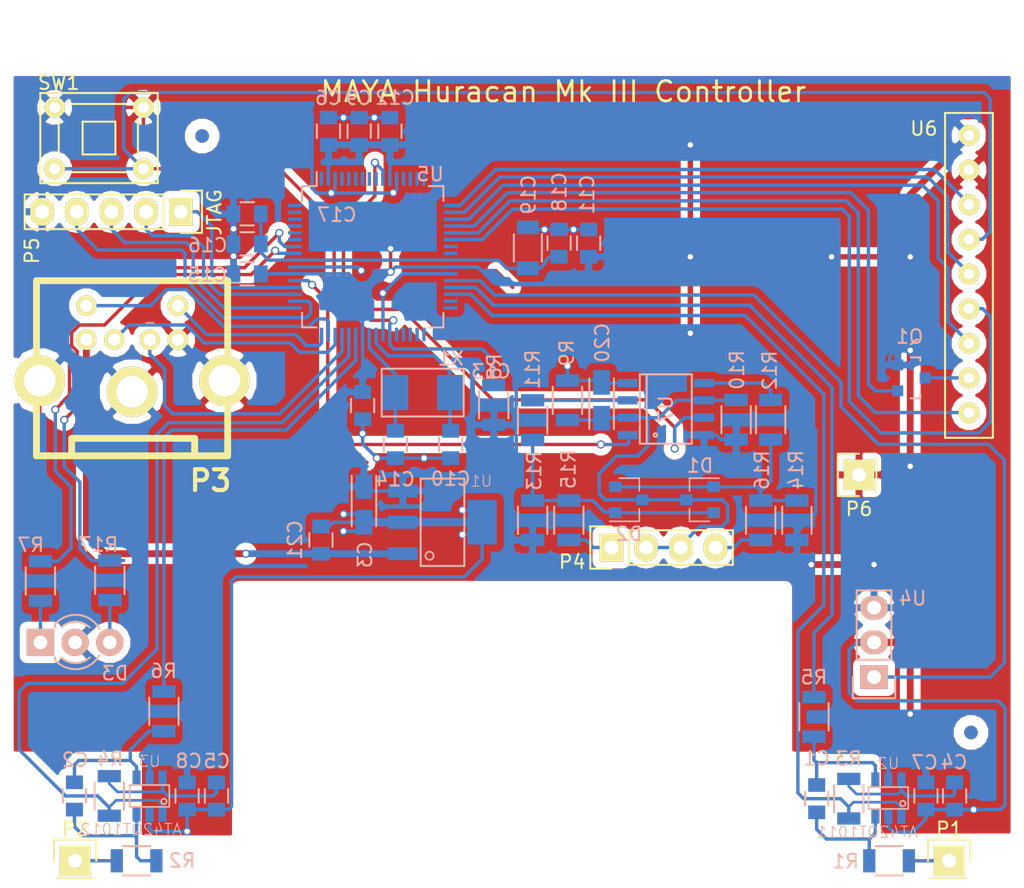
<source format=kicad_pcb>
(kicad_pcb (version 4) (host pcbnew 4.0.7)
  (title_block (title "Huracan Mk III controller") (date 2017-09-20) (rev 1) (company "Io Engineering") (comment 1 Terje) (comment 4 "Licensed under CERN OHL v.1.2 or later"))
  (layers (0 F.Cu signal) (31 B.Cu signal) (34 B.Paste user) (35 F.Paste user) (36 B.SilkS user) (37 F.SilkS user) (38 B.Mask user) (39 F.Mask user) (44 Edge.Cuts user))
  (net 0 "")
  (net 1 "Net-(C1-Pad1)")
  (net 2 "Net-(C1-Pad2)")
  (net 3 "Net-(C2-Pad1)")
  (net 4 "Net-(C2-Pad2)")
  (net 5 +3.3V)
  (net 6 GND)
  (net 7 "Net-(C4-Pad1)")
  (net 8 "Net-(C5-Pad1)")
  (net 9 "Net-(C10-Pad1)")
  (net 10 "Net-(C14-Pad1)")
  (net 11 "Net-(C16-Pad1)")
  (net 12 "Net-(C20-Pad1)")
  (net 13 "Net-(P1-Pad1)")
  (net 14 "Net-(P2-Pad1)")
  (net 15 "Net-(P4-Pad1)")
  (net 16 "Net-(P4-Pad4)")
  (net 17 "Net-(Q1-Pad1)")
  (net 18 "Net-(R11-Pad1)")
  (net 19 "Net-(R12-Pad1)")
  (net 20 "Net-(U5-Pad1)")
  (net 21 "Net-(U5-Pad4)")
  (net 22 "Net-(U5-Pad6)")
  (net 23 "Net-(U5-Pad7)")
  (net 24 "Net-(U5-Pad8)")
  (net 25 "Net-(U5-Pad9)")
  (net 26 "Net-(U5-Pad13)")
  (net 27 "Net-(U5-Pad14)")
  (net 28 "Net-(U5-Pad15)")
  (net 29 "Net-(U5-Pad16)")
  (net 30 "Net-(U5-Pad17)")
  (net 31 "Net-(U5-Pad18)")
  (net 32 "Net-(U5-Pad19)")
  (net 33 "Net-(U5-Pad22)")
  (net 34 "Net-(U5-Pad23)")
  (net 35 "Net-(U5-Pad24)")
  (net 36 "Net-(U5-Pad32)")
  (net 37 "Net-(U5-Pad33)")
  (net 38 "Net-(U5-Pad34)")
  (net 39 "Net-(U5-Pad35)")
  (net 40 "Net-(U5-Pad36)")
  (net 41 "Net-(U5-Pad37)")
  (net 42 "Net-(U5-Pad59)")
  (net 43 "Net-(U5-Pad60)")
  (net 44 "Net-(U5-Pad61)")
  (net 45 "Net-(U5-Pad62)")
  (net 46 "Net-(U5-Pad63)")
  (net 47 "Net-(U5-Pad64)")
  (net 48 "Net-(D1-Pad1)")
  (net 49 "Net-(D1-Pad2)")
  (net 50 /TCK)
  (net 51 /TMS)
  (net 52 /TDO)
  (net 53 /TDI)
  (net 54 "Net-(U5-Pad21)")
  (net 55 "Net-(U5-Pad5)")
  (net 56 "Net-(U5-Pad31)")
  (net 57 "Net-(C21-Pad1)")
  (net 58 /RESET)
  (net 59 /TxD)
  (net 60 /RxD)
  (net 61 /SCL)
  (net 62 /S1OUT)
  (net 63 /S2OUT)
  (net 64 /S1RESET)
  (net 65 /S2RESET)
  (net 66 /IRDATA)
  (net 67 /NNEG)
  (net 68 /SDA)
  (net 69 /NPOS)
  (net 70 "Net-(D3-Pad1)")
  (net 71 "Net-(D3-Pad3)")
  (net 72 /RED)
  (net 73 /GREEN)
  (net 74 "Net-(Q1-Pad3)")
  (module connectors:Mini_DIN_6_TE_Connectivity (layer F.Cu) (at 9.75 -38.95 180)
    (fp_text reference P3 (at -5.66 -9.1 180) (layer F.SilkS) (effects (font (thickness 0.3048))))
    (fp_text value Mini_DIN_6_TE hide)
    (pad 2 thru_hole circle (at 1.37922 1.22936 180) (size 1.50114 1.50114) (drill 0.89916) (layers *.Cu *.Mask F.SilkS) (net 59 /TxD))
    (pad 1 thru_hole circle (at -1.22174 1.22936 180) (size 1.50114 1.50114) (drill 0.89916) (layers *.Cu *.Mask F.SilkS) (net 60 /RxD))
    (pad 3 thru_hole circle (at -3.27152 1.22936 180) (size 1.50114 1.50114) (drill 0.89916) (layers *.Cu *.Mask F.SilkS) (net 6 GND))
    (pad 4 thru_hole circle (at 3.429 1.22936 180) (size 1.50114 1.50114) (drill 0.89916) (layers *.Cu *.Mask F.SilkS) (net 57 "Net-(C21-Pad1)"))
    (pad 5 thru_hole circle (at -3.27152 3.7211 180) (size 1.50114 1.50114) (drill 0.89916) (layers *.Cu *.Mask F.SilkS) (net 68 /SDA))
    (pad 6 thru_hole circle (at 3.429 3.7211 180) (size 1.50114 1.50114) (drill 0.89916) (layers *.Cu *.Mask F.SilkS) (net 61 /SCL))
    (pad SHD thru_hole circle (at 6.83768 -1.77038 180) (size 3.70078 3.70078) (drill 2.30124) (layers *.Cu *.Mask F.SilkS) (net 6 GND))
    (pad SHD thru_hole circle (at 0.07874 -2.58064 180) (size 3.70078 3.70078) (drill 2.30124) (layers *.Cu *.Mask F.SilkS) (net 6 GND))
    (pad SHD thru_hole circle (at -6.6802 -1.77038 180) (size 3.70078 3.70078) (drill 2.30124) (layers *.Cu *.Mask F.SilkS) (net 6 GND))
  )
  (module Resistors_SMD:R_1206 (layer B.Cu) (at 39 -34.29 270)
    (fp_text reference R11 (at -3.71 0 270) (layer B.SilkS) (effects (justify mirror)))
    (fp_text value 3K3)
    (pad 1 smd rect (at -1.45 0 270) (size 0.9 1.7) (layers B.Cu B.Paste B.Mask) (net 18 "Net-(R11-Pad1)"))
    (pad 2 smd rect (at 1.45 0 270) (size 0.9 1.7) (layers B.Cu B.Paste B.Mask) (net 49 "Net-(D1-Pad2)"))
  )
  (module Pin_Headers:Pin_Header_Straight_1x01 (layer F.Cu) (at 69.5 -2)
    (fp_text reference P1 (at 0.02 -2.33) (layer F.SilkS))
    (fp_text value "Switch 1")
    (pad 1 thru_hole rect (at 0 0) (size 2.2352 2.2352) (drill 1.016) (layers *.Cu *.Mask F.SilkS) (net 13 "Net-(P1-Pad1)"))
  )
  (module Pin_Headers:Pin_Header_Straight_1x04 (layer F.Cu) (at 44.77 -24.95 90)
    (fp_text reference P4 (at -1.05 -2.87 180) (layer F.SilkS))
    (fp_text value NAVIGATOR)
    (pad 1 thru_hole rect (at 0 0 90) (size 2.032 1.7272) (drill 1.016) (layers *.Cu *.Mask F.SilkS) (net 15 "Net-(P4-Pad1)"))
    (pad 2 thru_hole oval (at 0 2.54 90) (size 2.032 1.7272) (drill 1.016) (layers *.Cu *.Mask F.SilkS) (net 12 "Net-(C20-Pad1)"))
    (pad 3 thru_hole oval (at 0 5.08 90) (size 2.032 1.7272) (drill 1.016) (layers *.Cu *.Mask F.SilkS) (net 12 "Net-(C20-Pad1)"))
    (pad 4 thru_hole oval (at 0 7.62 90) (size 2.032 1.7272) (drill 1.016) (layers *.Cu *.Mask F.SilkS) (net 16 "Net-(P4-Pad4)"))
  )
  (module Pin_Headers:Pin_Header_Straight_1x03 (layer B.Cu) (at 64 -15.46)
    (fp_text reference U4 (at 2.83 -5.76) (layer B.SilkS) (effects (justify mirror)))
    (fp_text value TSOP34436)
    (pad 1 thru_hole rect (at 0 0) (size 2.032 1.7272) (drill 1.016) (layers *.Cu *.Mask B.SilkS) (net 66 /IRDATA))
    (pad 2 thru_hole oval (at 0 -2.54) (size 2.032 1.7272) (drill 1.016) (layers *.Cu *.Mask B.SilkS) (net 6 GND))
    (pad 3 thru_hole oval (at 0 -5.08) (size 2.032 1.7272) (drill 1.016) (layers *.Cu *.Mask B.SilkS) (net 5 +3.3V))
  )
  (module QFP:LQFP-64_10x10mm_Pitch0.5mm (layer B.Cu) (at 27.290371 -46.255513 270)
    (fp_text reference U5 (at -6.044487 -4.209629 360) (layer B.SilkS) (effects (justify mirror)))
    (fp_text value TM4C1231H6PM)
    (pad 1 smd rect (at -5.7 3.75 270) (size 1 0.25) (layers B.Cu B.Paste B.Mask) (net 20 "Net-(U5-Pad1)"))
    (pad 2 smd rect (at -5.7 3.25 270) (size 1 0.25) (layers B.Cu B.Paste B.Mask) (net 5 +3.3V))
    (pad 3 smd rect (at -5.7 2.75 270) (size 1 0.25) (layers B.Cu B.Paste B.Mask) (net 6 GND))
    (pad 4 smd rect (at -5.7 2.25 270) (size 1 0.25) (layers B.Cu B.Paste B.Mask) (net 21 "Net-(U5-Pad4)"))
    (pad 5 smd rect (at -5.7 1.75 270) (size 1 0.25) (layers B.Cu B.Paste B.Mask) (net 55 "Net-(U5-Pad5)"))
    (pad 6 smd rect (at -5.7 1.25 270) (size 1 0.25) (layers B.Cu B.Paste B.Mask) (net 22 "Net-(U5-Pad6)"))
    (pad 7 smd rect (at -5.7 0.75 270) (size 1 0.25) (layers B.Cu B.Paste B.Mask) (net 23 "Net-(U5-Pad7)"))
    (pad 8 smd rect (at -5.7 0.25 270) (size 1 0.25) (layers B.Cu B.Paste B.Mask) (net 24 "Net-(U5-Pad8)"))
    (pad 9 smd rect (at -5.7 -0.25 270) (size 1 0.25) (layers B.Cu B.Paste B.Mask) (net 25 "Net-(U5-Pad9)"))
    (pad 10 smd rect (at -5.7 -0.75 270) (size 1 0.25) (layers B.Cu B.Paste B.Mask) (net 67 /NNEG))
    (pad 11 smd rect (at -5.7 -1.25 270) (size 1 0.25) (layers B.Cu B.Paste B.Mask) (net 5 +3.3V))
    (pad 12 smd rect (at -5.7 -1.75 270) (size 1 0.25) (layers B.Cu B.Paste B.Mask) (net 6 GND))
    (pad 13 smd rect (at -5.7 -2.25 270) (size 1 0.25) (layers B.Cu B.Paste B.Mask) (net 26 "Net-(U5-Pad13)"))
    (pad 14 smd rect (at -5.7 -2.75 270) (size 1 0.25) (layers B.Cu B.Paste B.Mask) (net 27 "Net-(U5-Pad14)"))
    (pad 15 smd rect (at -5.7 -3.25 270) (size 1 0.25) (layers B.Cu B.Paste B.Mask) (net 28 "Net-(U5-Pad15)"))
    (pad 16 smd rect (at -5.7 -3.75 270) (size 1 0.25) (layers B.Cu B.Paste B.Mask) (net 29 "Net-(U5-Pad16)"))
    (pad 17 smd rect (at -3.75 -5.7 180) (size 1 0.25) (layers B.Cu B.Paste B.Mask) (net 30 "Net-(U5-Pad17)"))
    (pad 18 smd rect (at -3.25 -5.7 180) (size 1 0.25) (layers B.Cu B.Paste B.Mask) (net 31 "Net-(U5-Pad18)"))
    (pad 19 smd rect (at -2.75 -5.7 180) (size 1 0.25) (layers B.Cu B.Paste B.Mask) (net 32 "Net-(U5-Pad19)"))
    (pad 20 smd rect (at -2.25 -5.7 180) (size 1 0.25) (layers B.Cu B.Paste B.Mask) (net 17 "Net-(Q1-Pad1)"))
    (pad 21 smd rect (at -1.75 -5.7 180) (size 1 0.25) (layers B.Cu B.Paste B.Mask) (net 54 "Net-(U5-Pad21)"))
    (pad 22 smd rect (at -1.25 -5.7 180) (size 1 0.25) (layers B.Cu B.Paste B.Mask) (net 33 "Net-(U5-Pad22)"))
    (pad 23 smd rect (at -0.75 -5.7 180) (size 1 0.25) (layers B.Cu B.Paste B.Mask) (net 34 "Net-(U5-Pad23)"))
    (pad 24 smd rect (at -0.25 -5.7 180) (size 1 0.25) (layers B.Cu B.Paste B.Mask) (net 35 "Net-(U5-Pad24)"))
    (pad 25 smd rect (at 0.25 -5.7 180) (size 1 0.25) (layers B.Cu B.Paste B.Mask) (net 11 "Net-(C16-Pad1)"))
    (pad 26 smd rect (at 0.75 -5.7 180) (size 1 0.25) (layers B.Cu B.Paste B.Mask) (net 5 +3.3V))
    (pad 27 smd rect (at 1.25 -5.7 180) (size 1 0.25) (layers B.Cu B.Paste B.Mask) (net 6 GND))
    (pad 28 smd rect (at 1.75 -5.7 180) (size 1 0.25) (layers B.Cu B.Paste B.Mask) (net 66 /IRDATA))
    (pad 29 smd rect (at 2.25 -5.7 180) (size 1 0.25) (layers B.Cu B.Paste B.Mask) (net 64 /S1RESET))
    (pad 30 smd rect (at 2.75 -5.7 180) (size 1 0.25) (layers B.Cu B.Paste B.Mask) (net 62 /S1OUT))
    (pad 31 smd rect (at 3.25 -5.7 180) (size 1 0.25) (layers B.Cu B.Paste B.Mask) (net 56 "Net-(U5-Pad31)"))
    (pad 32 smd rect (at 3.75 -5.7 180) (size 1 0.25) (layers B.Cu B.Paste B.Mask) (net 36 "Net-(U5-Pad32)"))
    (pad 33 smd rect (at 5.7 -3.75 270) (size 1 0.25) (layers B.Cu B.Paste B.Mask) (net 37 "Net-(U5-Pad33)"))
    (pad 34 smd rect (at 5.7 -3.25 270) (size 1 0.25) (layers B.Cu B.Paste B.Mask) (net 38 "Net-(U5-Pad34)"))
    (pad 35 smd rect (at 5.7 -2.75 270) (size 1 0.25) (layers B.Cu B.Paste B.Mask) (net 39 "Net-(U5-Pad35)"))
    (pad 36 smd rect (at 5.7 -2.25 270) (size 1 0.25) (layers B.Cu B.Paste B.Mask) (net 40 "Net-(U5-Pad36)"))
    (pad 37 smd rect (at 5.7 -1.75 270) (size 1 0.25) (layers B.Cu B.Paste B.Mask) (net 41 "Net-(U5-Pad37)"))
    (pad 38 smd rect (at 5.7 -1.25 270) (size 1 0.25) (layers B.Cu B.Paste B.Mask) (net 58 /RESET))
    (pad 39 smd rect (at 5.7 -0.75 270) (size 1 0.25) (layers B.Cu B.Paste B.Mask) (net 6 GND))
    (pad 40 smd rect (at 5.7 -0.25 270) (size 1 0.25) (layers B.Cu B.Paste B.Mask) (net 9 "Net-(C10-Pad1)"))
    (pad 41 smd rect (at 5.7 0.25 270) (size 1 0.25) (layers B.Cu B.Paste B.Mask) (net 10 "Net-(C14-Pad1)"))
    (pad 42 smd rect (at 5.7 0.75 270) (size 1 0.25) (layers B.Cu B.Paste B.Mask) (net 5 +3.3V))
    (pad 43 smd rect (at 5.7 1.25 270) (size 1 0.25) (layers B.Cu B.Paste B.Mask) (net 65 /S2RESET))
    (pad 44 smd rect (at 5.7 1.75 270) (size 1 0.25) (layers B.Cu B.Paste B.Mask) (net 63 /S2OUT))
    (pad 45 smd rect (at 5.7 2.25 270) (size 1 0.25) (layers B.Cu B.Paste B.Mask) (net 60 /RxD))
    (pad 46 smd rect (at 5.7 2.75 270) (size 1 0.25) (layers B.Cu B.Paste B.Mask) (net 59 /TxD))
    (pad 47 smd rect (at 5.7 3.25 270) (size 1 0.25) (layers B.Cu B.Paste B.Mask) (net 61 /SCL))
    (pad 48 smd rect (at 5.7 3.75 270) (size 1 0.25) (layers B.Cu B.Paste B.Mask) (net 68 /SDA))
    (pad 49 smd rect (at 3.75 5.7 180) (size 1 0.25) (layers B.Cu B.Paste B.Mask) (net 52 /TDO))
    (pad 50 smd rect (at 3.25 5.7 180) (size 1 0.25) (layers B.Cu B.Paste B.Mask) (net 53 /TDI))
    (pad 51 smd rect (at 2.75 5.7 180) (size 1 0.25) (layers B.Cu B.Paste B.Mask) (net 51 /TMS))
    (pad 52 smd rect (at 2.25 5.7 180) (size 1 0.25) (layers B.Cu B.Paste B.Mask) (net 50 /TCK))
    (pad 53 smd rect (at 1.75 5.7 180) (size 1 0.25) (layers B.Cu B.Paste B.Mask) (net 69 /NPOS))
    (pad 54 smd rect (at 1.25 5.7 180) (size 1 0.25) (layers B.Cu B.Paste B.Mask) (net 5 +3.3V))
    (pad 55 smd rect (at 0.75 5.7 180) (size 1 0.25) (layers B.Cu B.Paste B.Mask) (net 6 GND))
    (pad 56 smd rect (at 0.25 5.7 180) (size 1 0.25) (layers B.Cu B.Paste B.Mask) (net 11 "Net-(C16-Pad1)"))
    (pad 57 smd rect (at -0.25 5.7 180) (size 1 0.25) (layers B.Cu B.Paste B.Mask) (net 73 /GREEN))
    (pad 58 smd rect (at -0.75 5.7 180) (size 1 0.25) (layers B.Cu B.Paste B.Mask) (net 72 /RED))
    (pad 59 smd rect (at -1.25 5.7 180) (size 1 0.25) (layers B.Cu B.Paste B.Mask) (net 42 "Net-(U5-Pad59)"))
    (pad 60 smd rect (at -1.75 5.7 180) (size 1 0.25) (layers B.Cu B.Paste B.Mask) (net 43 "Net-(U5-Pad60)"))
    (pad 61 smd rect (at -2.25 5.7 180) (size 1 0.25) (layers B.Cu B.Paste B.Mask) (net 44 "Net-(U5-Pad61)"))
    (pad 62 smd rect (at -2.75 5.7 180) (size 1 0.25) (layers B.Cu B.Paste B.Mask) (net 45 "Net-(U5-Pad62)"))
    (pad 63 smd rect (at -3.25 5.7 180) (size 1 0.25) (layers B.Cu B.Paste B.Mask) (net 46 "Net-(U5-Pad63)"))
    (pad 64 smd rect (at -3.75 5.7 180) (size 1 0.25) (layers B.Cu B.Paste B.Mask) (net 47 "Net-(U5-Pad64)"))
  )
  (module xtal:XTAL_ABM7_6x3.5MM (layer B.Cu) (at 30.95 -36.3)
    (fp_text reference X1 (at 2.05 -2.5) (layer B.SilkS) (effects (justify mirror)))
    (fp_text value 16MHz)
    (pad 2 smd rect (at 2 0) (size 1.9 2.6) (layers B.Cu B.Paste B.Mask) (net 9 "Net-(C10-Pad1)"))
    (pad 1 smd rect (at -2 0) (size 1.9 2.6) (layers B.Cu B.Paste B.Mask) (net 10 "Net-(C14-Pad1)"))
  )
  (module Pin_Headers:Pin_Header_Straight_1x05 (layer F.Cu) (at 13.24 -49.55 270)
    (fp_text reference P5 (at 2.86 10.9 270) (layer F.SilkS))
    (fp_text value JTAG (at 0.04 -2.46 270) (layer F.SilkS))
    (pad 1 thru_hole rect (at 0 0 270) (size 2.032 1.7272) (drill 1.016) (layers *.Cu *.Mask F.SilkS) (net 50 /TCK))
    (pad 2 thru_hole oval (at 0 2.54 270) (size 2.032 1.7272) (drill 1.016) (layers *.Cu *.Mask F.SilkS) (net 51 /TMS))
    (pad 3 thru_hole oval (at 0 5.08 270) (size 2.032 1.7272) (drill 1.016) (layers *.Cu *.Mask F.SilkS) (net 52 /TDO))
    (pad 4 thru_hole oval (at 0 7.62 270) (size 2.032 1.7272) (drill 1.016) (layers *.Cu *.Mask F.SilkS) (net 53 /TDI))
    (pad 5 thru_hole oval (at 0 10.16 270) (size 2.032 1.7272) (drill 1.016) (layers *.Cu *.Mask F.SilkS) (net 6 GND))
  )
  (module connectors:SWITCH_TAC_H7.3 (layer F.Cu) (at 7.25 -54.95 270)
    (fp_text reference SW1 (at -4.05 2.95 360) (layer F.SilkS))
    (fp_text value RESET)
    (pad 1 thru_hole circle (at -2.25 3.25 270) (size 1.524 1.524) (drill 0.8) (layers *.Cu *.Mask F.SilkS) (net 6 GND))
    (pad 2 thru_hole circle (at 2.25 3.25 270) (size 1.524 1.524) (drill 0.8) (layers *.Cu *.Mask F.SilkS) (net 58 /RESET))
    (pad 2 thru_hole circle (at 2.25 -3.25 270) (size 1.524 1.524) (drill 0.8) (layers *.Cu *.Mask F.SilkS) (net 58 /RESET))
    (pad 1 thru_hole circle (at -2.25 -3.25 270) (size 1.524 1.524) (drill 0.8) (layers *.Cu *.Mask F.SilkS) (net 6 GND))
  )
  (module Capacitors_SMD:C_0805 (layer B.Cu) (at 69.9 -6.75 270)
    (fp_text reference C4 (at -2.47 0.04 360) (layer B.SilkS) (effects (justify mirror)))
    (fp_text value *)
    (pad 1 smd rect (at -1 0 270) (size 1 1.25) (layers B.Cu B.Paste B.Mask) (net 7 "Net-(C4-Pad1)"))
    (pad 2 smd rect (at 1 0 270) (size 1 1.25) (layers B.Cu B.Paste B.Mask) (net 6 GND))
  )
  (module Capacitors_SMD:C_0805 (layer B.Cu) (at 15.85 -6.75 270)
    (fp_text reference C5 (at -2.55 -0.03 360) (layer B.SilkS) (effects (justify mirror)))
    (fp_text value 0R)
    (pad 1 smd rect (at -1 0 270) (size 1 1.25) (layers B.Cu B.Paste B.Mask) (net 8 "Net-(C5-Pad1)"))
    (pad 2 smd rect (at 1 0 270) (size 1 1.25) (layers B.Cu B.Paste B.Mask) (net 6 GND))
  )
  (module Capacitors_SMD:C_0805 (layer B.Cu) (at 24.05 -55.45 90)
    (fp_text reference C6 (at 2.44 -0.01 180) (layer B.SilkS) (effects (justify mirror)))
    (fp_text value 100nF)
    (pad 1 smd rect (at -1 0 90) (size 1 1.25) (layers B.Cu B.Paste B.Mask) (net 5 +3.3V))
    (pad 2 smd rect (at 1 0 90) (size 1 1.25) (layers B.Cu B.Paste B.Mask) (net 6 GND))
  )
  (module Capacitors_SMD:C_0805 (layer B.Cu) (at 67.8 -6.75 270)
    (fp_text reference C7 (at -2.45 0.1 360) (layer B.SilkS) (effects (justify mirror)))
    (fp_text value 100nF)
    (pad 1 smd rect (at -1 0 270) (size 1 1.25) (layers B.Cu B.Paste B.Mask) (net 5 +3.3V))
    (pad 2 smd rect (at 1 0 270) (size 1 1.25) (layers B.Cu B.Paste B.Mask) (net 6 GND))
  )
  (module Capacitors_SMD:C_0805 (layer B.Cu) (at 13.7 -6.75 270)
    (fp_text reference C8 (at -2.57 -0.12 360) (layer B.SilkS) (effects (justify mirror)))
    (fp_text value 100nF)
    (pad 1 smd rect (at -1 0 270) (size 1 1.25) (layers B.Cu B.Paste B.Mask) (net 5 +3.3V))
    (pad 2 smd rect (at 1 0 270) (size 1 1.25) (layers B.Cu B.Paste B.Mask) (net 6 GND))
  )
  (module Capacitors_SMD:C_0805 (layer B.Cu) (at 26.3 -55.45 90)
    (fp_text reference C9 (at 2.44 -0.04 180) (layer B.SilkS) (effects (justify mirror)))
    (fp_text value 10nF)
    (pad 1 smd rect (at -1 0 90) (size 1 1.25) (layers B.Cu B.Paste B.Mask) (net 5 +3.3V))
    (pad 2 smd rect (at 1 0 90) (size 1 1.25) (layers B.Cu B.Paste B.Mask) (net 6 GND))
  )
  (module Capacitors_SMD:C_0805 (layer B.Cu) (at 33 -32.5 270)
    (fp_text reference C10 (at 2.51 0 360) (layer B.SilkS) (effects (justify mirror)))
    (fp_text value 10pF)
    (pad 1 smd rect (at -1 0 270) (size 1 1.25) (layers B.Cu B.Paste B.Mask) (net 9 "Net-(C10-Pad1)"))
    (pad 2 smd rect (at 1 0 270) (size 1 1.25) (layers B.Cu B.Paste B.Mask) (net 6 GND))
  )
  (module Capacitors_SMD:C_0805 (layer B.Cu) (at 43.1 -47.25 90)
    (fp_text reference C11 (at 3.55 -0.1 90) (layer B.SilkS) (effects (justify mirror)))
    (fp_text value 10nF)
    (pad 1 smd rect (at -1 0 90) (size 1 1.25) (layers B.Cu B.Paste B.Mask) (net 5 +3.3V))
    (pad 2 smd rect (at 1 0 90) (size 1 1.25) (layers B.Cu B.Paste B.Mask) (net 6 GND))
  )
  (module Capacitors_SMD:C_0805 (layer B.Cu) (at 28.55 -55.45 90)
    (fp_text reference C12 (at 2.46 0.38 180) (layer B.SilkS) (effects (justify mirror)))
    (fp_text value 100nF)
    (pad 1 smd rect (at -1 0 90) (size 1 1.25) (layers B.Cu B.Paste B.Mask) (net 5 +3.3V))
    (pad 2 smd rect (at 1 0 90) (size 1 1.25) (layers B.Cu B.Paste B.Mask) (net 6 GND))
  )
  (module Capacitors_SMD:C_0805 (layer B.Cu) (at 26.55 -35.35 270)
    (fp_text reference C13 (at -2.5 -9.4 360) (layer B.SilkS) (effects (justify mirror)))
    (fp_text value 1uF)
    (pad 1 smd rect (at -1 0 270) (size 1 1.25) (layers B.Cu B.Paste B.Mask) (net 5 +3.3V))
    (pad 2 smd rect (at 1 0 270) (size 1 1.25) (layers B.Cu B.Paste B.Mask) (net 6 GND))
  )
  (module Capacitors_SMD:C_0805 (layer B.Cu) (at 28.95 -32.5 270)
    (fp_text reference C14 (at 2.55 0.02 360) (layer B.SilkS) (effects (justify mirror)))
    (fp_text value 10pF)
    (pad 1 smd rect (at -1 0 270) (size 1 1.25) (layers B.Cu B.Paste B.Mask) (net 10 "Net-(C14-Pad1)"))
    (pad 2 smd rect (at 1 0 270) (size 1 1.25) (layers B.Cu B.Paste B.Mask) (net 6 GND))
  )
  (module Capacitors_SMD:C_0805 (layer B.Cu) (at 18.1 -45 180)
    (fp_text reference C15 (at 2.92 -0.07 360) (layer B.SilkS) (effects (justify mirror)))
    (fp_text value 10nF)
    (pad 1 smd rect (at -1 0 180) (size 1 1.25) (layers B.Cu B.Paste B.Mask) (net 5 +3.3V))
    (pad 2 smd rect (at 1 0 180) (size 1 1.25) (layers B.Cu B.Paste B.Mask) (net 6 GND))
  )
  (module Capacitors_SMD:C_0805 (layer B.Cu) (at 18.1 -47.2 180)
    (fp_text reference C16 (at 2.89 -0.1 360) (layer B.SilkS) (effects (justify mirror)))
    (fp_text value 100nF)
    (pad 1 smd rect (at -1 0 180) (size 1 1.25) (layers B.Cu B.Paste B.Mask) (net 11 "Net-(C16-Pad1)"))
    (pad 2 smd rect (at 1 0 180) (size 1 1.25) (layers B.Cu B.Paste B.Mask) (net 6 GND))
  )
  (module Capacitors_SMD:C_0805 (layer B.Cu) (at 18.1 -49.4 180)
    (fp_text reference C17 (at -6.56 -0.07 180) (layer B.SilkS) (effects (justify mirror)))
    (fp_text value 1.0uF)
    (pad 1 smd rect (at -1 0 180) (size 1 1.25) (layers B.Cu B.Paste B.Mask) (net 11 "Net-(C16-Pad1)"))
    (pad 2 smd rect (at 1 0 180) (size 1 1.25) (layers B.Cu B.Paste B.Mask) (net 6 GND))
  )
  (module Capacitors_SMD:C_0805 (layer B.Cu) (at 40.940371 -47.255513 90)
    (fp_text reference C18 (at 3.744487 0.019629 90) (layer B.SilkS) (effects (justify mirror)))
    (fp_text value 100nF)
    (pad 1 smd rect (at -1 0 90) (size 1 1.25) (layers B.Cu B.Paste B.Mask) (net 11 "Net-(C16-Pad1)"))
    (pad 2 smd rect (at 1 0 90) (size 1 1.25) (layers B.Cu B.Paste B.Mask) (net 6 GND))
  )
  (module Resistors_SMD:R_1206 (layer B.Cu) (at 65.1 -2)
    (fp_text reference R1 (at -3.19 0.04) (layer B.SilkS) (effects (justify mirror)))
    (fp_text value 22K)
    (pad 1 smd rect (at -1.45 0) (size 0.9 1.7) (layers B.Cu B.Paste B.Mask) (net 1 "Net-(C1-Pad1)"))
    (pad 2 smd rect (at 1.45 0) (size 0.9 1.7) (layers B.Cu B.Paste B.Mask) (net 13 "Net-(P1-Pad1)"))
  )
  (module Resistors_SMD:R_1206 (layer B.Cu) (at 10 -2 180)
    (fp_text reference R2 (at -3.34 0.02 180) (layer B.SilkS) (effects (justify mirror)))
    (fp_text value 22K)
    (pad 1 smd rect (at -1.45 0 180) (size 0.9 1.7) (layers B.Cu B.Paste B.Mask) (net 3 "Net-(C2-Pad1)"))
    (pad 2 smd rect (at 1.45 0 180) (size 0.9 1.7) (layers B.Cu B.Paste B.Mask) (net 14 "Net-(P2-Pad1)"))
  )
  (module Resistors_SMD:R_1206 (layer B.Cu) (at 62.15 -6.55 270)
    (fp_text reference R3 (at -2.93 0.02 360) (layer B.SilkS) (effects (justify mirror)))
    (fp_text value *)
    (pad 1 smd rect (at -1.45 0 270) (size 0.9 1.7) (layers B.Cu B.Paste B.Mask) (net 7 "Net-(C4-Pad1)"))
    (pad 2 smd rect (at 1.45 0 270) (size 0.9 1.7) (layers B.Cu B.Paste B.Mask) (net 62 /S1OUT))
  )
  (module Resistors_SMD:R_1206 (layer B.Cu) (at 8 -6.75 270)
    (fp_text reference R4 (at -2.71 -0.06 360) (layer B.SilkS) (effects (justify mirror)))
    (fp_text value *)
    (pad 1 smd rect (at -1.45 0 270) (size 0.9 1.7) (layers B.Cu B.Paste B.Mask) (net 8 "Net-(C5-Pad1)"))
    (pad 2 smd rect (at 1.45 0 270) (size 0.9 1.7) (layers B.Cu B.Paste B.Mask) (net 63 /S2OUT))
  )
  (module Resistors_SMD:R_1206 (layer B.Cu) (at 59.6 -12.55 270)
    (fp_text reference R5 (at -2.89 0 360) (layer B.SilkS) (effects (justify mirror)))
    (fp_text value *)
    (pad 1 smd rect (at -1.45 0 270) (size 0.9 1.7) (layers B.Cu B.Paste B.Mask) (net 64 /S1RESET))
    (pad 2 smd rect (at 1.45 0 270) (size 0.9 1.7) (layers B.Cu B.Paste B.Mask) (net 2 "Net-(C1-Pad2)"))
  )
  (module Resistors_SMD:R_1206 (layer B.Cu) (at 12 -12.95 270)
    (fp_text reference R6 (at -2.96 0.02 360) (layer B.SilkS) (effects (justify mirror)))
    (fp_text value 1M0)
    (pad 1 smd rect (at -1.45 0 270) (size 0.9 1.7) (layers B.Cu B.Paste B.Mask) (net 65 /S2RESET))
    (pad 2 smd rect (at 1.45 0 270) (size 0.9 1.7) (layers B.Cu B.Paste B.Mask) (net 4 "Net-(C2-Pad2)"))
  )
  (module Resistors_SMD:R_1206 (layer B.Cu) (at 36.15 -35.4 270)
    (fp_text reference R8 (at -2.8 -0.05 450) (layer B.SilkS) (effects (justify mirror)))
    (fp_text value 10K)
    (pad 1 smd rect (at -1.45 0 270) (size 0.9 1.7) (layers B.Cu B.Paste B.Mask) (net 58 /RESET))
    (pad 2 smd rect (at 1.45 0 270) (size 0.9 1.7) (layers B.Cu B.Paste B.Mask) (net 5 +3.3V))
  )
  (module Resistors_SMD:R_1206 (layer B.Cu) (at 41.55 -35.735 90)
    (fp_text reference R9 (at 3.465 -0.05 90) (layer B.SilkS) (effects (justify mirror)))
    (fp_text value 1K0)
    (pad 1 smd rect (at -1.45 0 90) (size 0.9 1.7) (layers B.Cu B.Paste B.Mask) (net 12 "Net-(C20-Pad1)"))
    (pad 2 smd rect (at 1.45 0 90) (size 0.9 1.7) (layers B.Cu B.Paste B.Mask) (net 6 GND))
  )
  (module Resistors_SMD:R_1206 (layer B.Cu) (at 53.9 -34.31 90)
    (fp_text reference R10 (at 3.65 0.07 90) (layer B.SilkS) (effects (justify mirror)))
    (fp_text value 1K0)
    (pad 1 smd rect (at -1.45 0 90) (size 0.9 1.7) (layers B.Cu B.Paste B.Mask) (net 5 +3.3V))
    (pad 2 smd rect (at 1.45 0 90) (size 0.9 1.7) (layers B.Cu B.Paste B.Mask) (net 12 "Net-(C20-Pad1)"))
  )
  (module Resistors_SMD:R_1206 (layer B.Cu) (at 56.43 -34.31 270)
    (fp_text reference R12 (at -3.62 0.07 270) (layer B.SilkS) (effects (justify mirror)))
    (fp_text value 3K3)
    (pad 1 smd rect (at -1.45 0 270) (size 0.9 1.7) (layers B.Cu B.Paste B.Mask) (net 19 "Net-(R12-Pad1)"))
    (pad 2 smd rect (at 1.45 0 270) (size 0.9 1.7) (layers B.Cu B.Paste B.Mask) (net 48 "Net-(D1-Pad1)"))
  )
  (module Resistors_SMD:R_1206 (layer B.Cu) (at 39 -26.95 270)
    (fp_text reference R13 (at -3.63 -0.12 270) (layer B.SilkS) (effects (justify mirror)))
    (fp_text value 1M0)
    (pad 1 smd rect (at -1.45 0 270) (size 0.9 1.7) (layers B.Cu B.Paste B.Mask) (net 49 "Net-(D1-Pad2)"))
    (pad 2 smd rect (at 1.45 0 270) (size 0.9 1.7) (layers B.Cu B.Paste B.Mask) (net 5 +3.3V))
  )
  (module Resistors_SMD:R_1206 (layer B.Cu) (at 58.35 -26.95 90)
    (fp_text reference R14 (at 3.69 -0.06 90) (layer B.SilkS) (effects (justify mirror)))
    (fp_text value 1M0)
    (pad 1 smd rect (at -1.45 0 90) (size 0.9 1.7) (layers B.Cu B.Paste B.Mask) (net 5 +3.3V))
    (pad 2 smd rect (at 1.45 0 90) (size 0.9 1.7) (layers B.Cu B.Paste B.Mask) (net 48 "Net-(D1-Pad1)"))
  )
  (module Resistors_SMD:R_1206 (layer B.Cu) (at 41.65 -26.95 270)
    (fp_text reference R15 (at -3.74 0.02 270) (layer B.SilkS) (effects (justify mirror)))
    (fp_text value 3K3)
    (pad 1 smd rect (at -1.45 0 270) (size 0.9 1.7) (layers B.Cu B.Paste B.Mask) (net 49 "Net-(D1-Pad2)"))
    (pad 2 smd rect (at 1.45 0 270) (size 0.9 1.7) (layers B.Cu B.Paste B.Mask) (net 15 "Net-(P4-Pad1)"))
  )
  (module Resistors_SMD:R_1206 (layer B.Cu) (at 55.7 -26.95 270)
    (fp_text reference R16 (at -3.67 -0.09 270) (layer B.SilkS) (effects (justify mirror)))
    (fp_text value 3K3)
    (pad 1 smd rect (at -1.45 0 270) (size 0.9 1.7) (layers B.Cu B.Paste B.Mask) (net 48 "Net-(D1-Pad1)"))
    (pad 2 smd rect (at 1.45 0 270) (size 0.9 1.7) (layers B.Cu B.Paste B.Mask) (net 16 "Net-(P4-Pad4)"))
  )
  (module Engineering_Conn:LED-3MM-2 (layer B.Cu) (at 5.5 -18)
    (fp_text reference D3 (at 2.92 2.26) (layer B.SilkS) (effects (justify mirror)))
    (fp_text value Led_x2)
    (pad 1 thru_hole rect (at -2.54 0 270) (size 2 2) (drill 1.00076) (layers *.Cu *.Mask B.SilkS) (net 70 "Net-(D3-Pad1)"))
    (pad 2 thru_hole circle (at 0 0) (size 2 2) (drill 1.00076) (layers *.Cu *.Mask B.SilkS) (net 6 GND))
    (pad 3 thru_hole circle (at 2.54 0) (size 2 2) (drill 1.00076) (layers *.Cu *.Mask B.SilkS) (net 71 "Net-(D3-Pad3)"))
  )
  (module Resistors_SMD:R_1206 (layer B.Cu) (at 2.96 -22.5 270)
    (fp_text reference R7 (at -2.64 0.71 360) (layer B.SilkS) (effects (justify mirror)))
    (fp_text value 1K2)
    (pad 1 smd rect (at -1.45 0 270) (size 0.9 1.7) (layers B.Cu B.Paste B.Mask) (net 72 /RED))
    (pad 2 smd rect (at 1.45 0 270) (size 0.9 1.7) (layers B.Cu B.Paste B.Mask) (net 70 "Net-(D3-Pad1)"))
  )
  (module Resistors_SMD:R_1206 (layer B.Cu) (at 8.04 -22.55 270)
    (fp_text reference R17 (at -2.62 0.84 360) (layer B.SilkS) (effects (justify mirror)))
    (fp_text value 4K7)
    (pad 1 smd rect (at -1.45 0 270) (size 0.9 1.7) (layers B.Cu B.Paste B.Mask) (net 73 /GREEN))
    (pad 2 smd rect (at 1.45 0 270) (size 0.9 1.7) (layers B.Cu B.Paste B.Mask) (net 71 "Net-(D3-Pad3)"))
  )
  (module Capacitors_SMD:C_1206 (layer B.Cu) (at 38.65 -46.9 90)
    (fp_text reference C19 (at 3.9 0.05 90) (layer B.SilkS) (effects (justify mirror)))
    (fp_text value 2.2uF)
    (pad 1 smd rect (at -1.5 0 90) (size 1 1.6) (layers B.Cu B.Paste B.Mask) (net 11 "Net-(C16-Pad1)"))
    (pad 2 smd rect (at 1.5 0 90) (size 1 1.6) (layers B.Cu B.Paste B.Mask) (net 6 GND))
  )
  (module Pin_Headers:Pin_Header_Straight_1x01 (layer F.Cu) (at 5.5 -2)
    (fp_text reference P2 (at 0 -2.33) (layer F.SilkS))
    (fp_text value "Switch 2")
    (pad 1 thru_hole rect (at 0 0) (size 2.2352 2.2352) (drill 1.016) (layers *.Cu *.Mask F.SilkS) (net 14 "Net-(P2-Pad1)"))
  )
  (module Capacitors_Tantalum_SMD:TantalC_SizeA_EIA-3216_Reflow (layer B.Cu) (at 26.65 -28.11 270)
    (fp_text reference C3 (at 3.685 -0.075 270) (layer B.SilkS) (effects (justify mirror)))
    (fp_text value 22uf/10V)
    (pad 2 smd rect (at 1.31 0 270) (size 1.8 1.23) (layers B.Cu B.Paste B.Mask) (net 6 GND))
    (pad 1 smd rect (at -1.31 0 270) (size 1.8 1.23) (layers B.Cu B.Paste B.Mask) (net 5 +3.3V))
  )
  (module Capacitors_Tantalum_SMD:TantalC_SizeA_EIA-3216_Reflow (layer B.Cu) (at 44.05 -35.735 90)
    (fp_text reference C20 (at 4.215 0.05 90) (layer B.SilkS) (effects (justify mirror)))
    (fp_text value 10uF/16V)
    (pad 2 smd rect (at 1.31 0 90) (size 1.8 1.23) (layers B.Cu B.Paste B.Mask) (net 6 GND))
    (pad 1 smd rect (at -1.31 0 90) (size 1.8 1.23) (layers B.Cu B.Paste B.Mask) (net 12 "Net-(C20-Pad1)"))
  )
  (module Socket_Strips:Socket_Strip_Straight_1x01 (layer F.Cu) (at 62.9 -30.275)
    (fp_text reference P6 (at 0 2.5) (layer F.SilkS))
    (fp_text value CHASSIS)
    (pad 1 thru_hole rect (at 0 0) (size 2.2352 2.2352) (drill 1.016) (layers *.Cu *.Mask F.SilkS) (net 6 GND))
  )
  (module Engineering_Conn:SOT223 (layer B.Cu) (at 32.4 -26.8 90)
    (fp_text reference U1 (at 3.02 2.84 360) (layer B.SilkS) (effects (font (size 0.8128 0.8128) (thickness 0.0762)) (justify mirror)))
    (fp_text value MIC5209)
    (pad 2 smd rect (at 0 2.9 90) (size 3.25 2.15) (layers B.Cu B.Paste B.Mask) (net 6 GND))
    (pad 1 smd rect (at -2.3 -2.9 90) (size 0.95 2.15) (layers B.Cu B.Paste B.Mask) (net 57 "Net-(C21-Pad1)"))
    (pad 2 smd rect (at 0 -2.9 90) (size 0.95 2.15) (layers B.Cu B.Paste B.Mask) (net 6 GND))
    (pad 3 smd rect (at 2.3 -2.9 90) (size 0.95 2.15) (layers B.Cu B.Paste B.Mask) (net 5 +3.3V))
  )
  (module Engineering_Conn:SO-8 (layer B.Cu) (at 48.75 -35.1 90)
    (fp_text reference U7 (at 0 0 90) (layer B.SilkS) (effects (justify mirror)))
    (fp_text value LM358)
    (pad 1 smd rect (at -1.905 -2.794 90) (size 0.6096 1.4732) (layers B.Cu B.Paste B.Mask) (net 69 /NPOS))
    (pad 2 smd rect (at -0.635 -2.794 90) (size 0.6096 1.4732) (layers B.Cu B.Paste B.Mask) (net 12 "Net-(C20-Pad1)"))
    (pad 3 smd rect (at 0.635 -2.794 90) (size 0.6096 1.4732) (layers B.Cu B.Paste B.Mask) (net 18 "Net-(R11-Pad1)"))
    (pad 4 smd rect (at 1.905 -2.794 90) (size 0.6096 1.4732) (layers B.Cu B.Paste B.Mask) (net 6 GND))
    (pad 5 smd rect (at 1.905 2.794 90) (size 0.6096 1.4732) (layers B.Cu B.Paste B.Mask) (net 19 "Net-(R12-Pad1)"))
    (pad 6 smd rect (at 0.635 2.794 90) (size 0.6096 1.4732) (layers B.Cu B.Paste B.Mask) (net 12 "Net-(C20-Pad1)"))
    (pad 7 smd rect (at -0.635 2.794 90) (size 0.6096 1.4732) (layers B.Cu B.Paste B.Mask) (net 67 /NNEG))
    (pad 8 smd rect (at -1.905 2.794 90) (size 0.6096 1.4732) (layers B.Cu B.Paste B.Mask) (net 5 +3.3V))
  )
  (module Engineering_Conn:SOT23-6 (layer B.Cu) (at 65.05 -6.6 180)
    (fp_text reference U2 (at 0 2.54 180) (layer B.SilkS) (effects (font (size 0.8128 0.8128) (thickness 0.0762)) (justify mirror)))
    (fp_text value AT42QT1011 (at 1.55 -2.5 180) (layer B.SilkS) (effects (font (size 0.8128 0.8128) (thickness 0.0762)) (justify mirror)))
    (pad 5 smd rect (at 0 1.35 180) (size 0.6 1.05) (layers B.Cu B.Paste B.Mask) (net 5 +3.3V))
    (pad 1 smd rect (at -0.95 -1.35 180) (size 0.6 1.05) (layers B.Cu B.Paste B.Mask) (net 62 /S1OUT))
    (pad 3 smd rect (at 0.95 -1.35 180) (size 0.6 1.05) (layers B.Cu B.Paste B.Mask) (net 1 "Net-(C1-Pad1)"))
    (pad 2 smd rect (at 0 -1.35 180) (size 0.6 1.05) (layers B.Cu B.Paste B.Mask) (net 6 GND))
    (pad 6 smd rect (at -0.95 1.35 180) (size 0.6 1.05) (layers B.Cu B.Paste B.Mask) (net 7 "Net-(C4-Pad1)"))
    (pad 4 smd rect (at 0.95 1.35 180) (size 0.6 1.05) (layers B.Cu B.Paste B.Mask) (net 2 "Net-(C1-Pad2)"))
  )
  (module Engineering_Conn:SOT23-6 (layer B.Cu) (at 10.95 -6.75 180)
    (fp_text reference U3 (at 0 2.54 180) (layer B.SilkS) (effects (font (size 0.8128 0.8128) (thickness 0.0762)) (justify mirror)))
    (fp_text value AT42QT1012 (at 1.35 -2.45 180) (layer B.SilkS) (effects (font (size 0.8128 0.8128) (thickness 0.0762)) (justify mirror)))
    (pad 5 smd rect (at 0 1.35 180) (size 0.6 1.05) (layers B.Cu B.Paste B.Mask) (net 5 +3.3V))
    (pad 1 smd rect (at -0.95 -1.35 180) (size 0.6 1.05) (layers B.Cu B.Paste B.Mask) (net 63 /S2OUT))
    (pad 3 smd rect (at 0.95 -1.35 180) (size 0.6 1.05) (layers B.Cu B.Paste B.Mask) (net 3 "Net-(C2-Pad1)"))
    (pad 2 smd rect (at 0 -1.35 180) (size 0.6 1.05) (layers B.Cu B.Paste B.Mask) (net 6 GND))
    (pad 6 smd rect (at -0.95 1.35 180) (size 0.6 1.05) (layers B.Cu B.Paste B.Mask) (net 8 "Net-(C5-Pad1)"))
    (pad 4 smd rect (at 0.95 1.35 180) (size 0.6 1.05) (layers B.Cu B.Paste B.Mask) (net 4 "Net-(C2-Pad2)"))
  )
  (module Engineering_Conn:QVGA_2.2 (layer F.Cu) (at 39.2 -44.99 180)
    (fp_text reference U6 (at -28.45 10.65 180) (layer F.SilkS))
    (fp_text value 2.2TFT_DISPLAY_SPI)
    (pad 1 thru_hole circle (at -31.75 10.16 180) (size 1.524 1.524) (drill 0.762) (layers *.Cu *.Mask F.SilkS) (net 5 +3.3V))
    (pad 2 thru_hole circle (at -31.75 7.62 180) (size 1.524 1.524) (drill 0.762) (layers *.Cu *.Mask F.SilkS) (net 6 GND))
    (pad 3 thru_hole circle (at -31.75 5.08 180) (size 1.524 1.524) (drill 0.762) (layers *.Cu *.Mask F.SilkS) (net 30 "Net-(U5-Pad17)"))
    (pad 4 thru_hole circle (at -31.75 2.54 180) (size 1.524 1.524) (drill 0.762) (layers *.Cu *.Mask F.SilkS) (net 58 /RESET))
    (pad 5 thru_hole circle (at -31.75 0 180) (size 1.524 1.524) (drill 0.762) (layers *.Cu *.Mask F.SilkS) (net 31 "Net-(U5-Pad18)"))
    (pad 6 thru_hole circle (at -31.75 -2.54 180) (size 1.524 1.524) (drill 0.762) (layers *.Cu *.Mask F.SilkS) (net 33 "Net-(U5-Pad22)"))
    (pad 7 thru_hole circle (at -31.75 -5.08 180) (size 1.524 1.524) (drill 0.762) (layers *.Cu *.Mask F.SilkS) (net 32 "Net-(U5-Pad19)"))
    (pad 8 thru_hole circle (at -31.75 -7.62 180) (size 1.524 1.524) (drill 0.762) (layers *.Cu *.Mask F.SilkS) (net 74 "Net-(Q1-Pad3)"))
    (pad 9 thru_hole circle (at -31.75 -10.16 180) (size 1.524 1.524) (drill 0.762) (layers *.Cu *.Mask F.SilkS) (net 54 "Net-(U5-Pad21)"))
  )
  (module Fiducials:Fiducial_1mm_Dia_2.54mm_Outer_CopperBottom (layer F.Cu) (at 71.1 -11.4)
    (fp_text reference REF** hide)
    (fp_text value Fiducial_1mm_Dia_2.54mm_Outer_CopperBottom hide)
    (pad ~ smd circle (at 0 0) (size 1 1) (layers B.Cu B.Mask) (clearance 0.77))
  )
  (module Fiducials:Fiducial_1mm_Dia_2.54mm_Outer_CopperBottom (layer F.Cu) (at 14.8 -55.1)
    (fp_text reference REF** hide)
    (fp_text value Fiducial_1mm_Dia_2.54mm_Outer_CopperBottom hide)
    (pad ~ smd circle (at 0 0) (size 1 1) (layers B.Cu B.Mask) (clearance 0.77))
  )
  (module Fiducials:Fiducial_1mm_Dia_2.54mm_Outer_CopperTop (layer F.Cu) (at 14.8 -55.1)
    (fp_text reference REF** hide)
    (fp_text value Fiducial_1mm_Dia_2.54mm_Outer_CopperTop hide)
    (pad ~ smd circle (at 0 0) (size 1 1) (layers F.Cu F.Mask) (clearance 0.77))
  )
  (module Fiducials:Fiducial_1mm_Dia_2.54mm_Outer_CopperTop (layer F.Cu) (at 71.1 -11.4)
    (fp_text reference REF** hide)
    (fp_text value Fiducial_1mm_Dia_2.54mm_Outer_CopperTop hide)
    (pad ~ smd circle (at 0 0) (size 1 1) (layers F.Cu F.Mask) (clearance 0.77))
  )
  (module Capacitors_SMD:C_0805 (layer B.Cu) (at 23.5 -25.5 90)
    (fp_text reference C21 (at 0 -1.9 90) (layer B.SilkS) (effects (justify mirror)))
    (fp_text value 100nF)
    (pad 1 smd rect (at -1 0 90) (size 1 1.25) (layers B.Cu B.Paste B.Mask) (net 57 "Net-(C21-Pad1)"))
    (pad 2 smd rect (at 1 0 90) (size 1 1.25) (layers B.Cu B.Paste B.Mask) (net 6 GND))
  )
  (module Capacitors_SMD:C_0805 (layer B.Cu) (at 59.8 -6.55 90)
    (fp_text reference C1 (at 2.95 0 180) (layer B.SilkS) (effects (justify mirror)))
    (fp_text value 47nF)
    (pad 1 smd rect (at -1 0 90) (size 1 1.25) (layers B.Cu B.Paste B.Mask) (net 1 "Net-(C1-Pad1)"))
    (pad 2 smd rect (at 1 0 90) (size 1 1.25) (layers B.Cu B.Paste B.Mask) (net 2 "Net-(C1-Pad2)"))
  )
  (module Capacitors_SMD:C_0805 (layer B.Cu) (at 5.45 -6.75 90)
    (fp_text reference C2 (at 2.65 0.05 180) (layer B.SilkS) (effects (justify mirror)))
    (fp_text value 12nF)
    (pad 1 smd rect (at -1 0 90) (size 1 1.25) (layers B.Cu B.Paste B.Mask) (net 3 "Net-(C2-Pad1)"))
    (pad 2 smd rect (at 1 0 90) (size 1 1.25) (layers B.Cu B.Paste B.Mask) (net 4 "Net-(C2-Pad2)"))
  )
  (module TO_SOT_Packages_SMD:SOT-23 (layer B.Cu) (at 66.73886 -37.38 90)
    (fp_text reference Q1 (at 3.02 -0.13886 180) (layer B.SilkS) (effects (justify mirror)))
    (fp_text value BS250)
    (pad 1 smd rect (at -0.95 -1.00076 90) (size 0.8001 0.8001) (layers B.Cu B.Paste B.Mask) (net 17 "Net-(Q1-Pad1)"))
    (pad 2 smd rect (at 0.95 -1.00076 90) (size 0.8001 0.8001) (layers B.Cu B.Paste B.Mask) (net 5 +3.3V))
    (pad 3 smd rect (at 0 0.99822 90) (size 0.8001 0.8001) (layers B.Cu B.Paste B.Mask) (net 74 "Net-(Q1-Pad3)"))
  )
  (module TO_SOT_Packages_SMD:SOT-23 (layer B.Cu) (at 51.25 -28.45 180)
    (fp_text reference D1 (at 0 2.5 180) (layer B.SilkS) (effects (justify mirror)))
    (fp_text value BAV99)
    (pad 1 smd rect (at -1 0.95 180) (size 0.9 0.8) (layers B.Cu B.Paste B.Mask) (net 48 "Net-(D1-Pad1)"))
    (pad 2 smd rect (at -1 -0.95 180) (size 0.9 0.8) (layers B.Cu B.Paste B.Mask) (net 49 "Net-(D1-Pad2)"))
    (pad 3 smd rect (at 1 0 180) (size 0.9 0.8) (layers B.Cu B.Paste B.Mask) (net 12 "Net-(C20-Pad1)"))
  )
  (module TO_SOT_Packages_SMD:SOT-23 (layer B.Cu) (at 46.05 -28.45)
    (fp_text reference D2 (at 0 2.5) (layer B.SilkS) (effects (justify mirror)))
    (fp_text value BAV99)
    (pad 1 smd rect (at -1 0.95) (size 0.9 0.8) (layers B.Cu B.Paste B.Mask) (net 49 "Net-(D1-Pad2)"))
    (pad 2 smd rect (at -1 -0.95) (size 0.9 0.8) (layers B.Cu B.Paste B.Mask) (net 48 "Net-(D1-Pad1)"))
    (pad 3 smd rect (at 1 0) (size 0.9 0.8) (layers B.Cu B.Paste B.Mask) (net 12 "Net-(C20-Pad1)"))
  )
  (gr_text "MAYA Huracan Mk III Controller" (at 41.25 -58.35) (layer F.SilkS) (effects (font (size 1.5 1.5) (thickness 0.2))))
  (gr_line (start 0 0) (end 17.5 0) (angle 90) (layer Edge.Cuts) (width 0.001))
  (gr_line (start 17.5 0) (end 17.5 -22) (layer Edge.Cuts) (width 0.001))
  (gr_line (start 17.5 -22) (end 57.5 -22) (layer Edge.Cuts) (width 0.001))
  (gr_line (start 57.5 -22) (end 57.5 0) (layer Edge.Cuts) (width 0.001))
  (gr_line (start 57.5 0) (end 75 0) (angle 90) (layer Edge.Cuts) (width 0.001))
  (gr_line (start 75 0) (end 75 -60) (layer Edge.Cuts) (width 0.001))
  (gr_line (start 75 -60) (end 0 -60) (layer Edge.Cuts) (width 0.001))
  (gr_line (start 0 -60) (end 0 0) (layer Edge.Cuts) (width 0.001))
  (segment (start 26.87064 -31.194904) (end 26.87064 -31.17936) (width 0.25) (layer F.Cu) (net 0))
  (segment (start 37.540371 -44.009629) (end 36.3 -45.25) (width 0.25) (layer F.Cu) (net 0))
  (segment (start 59.8 -4.3) (end 59.8 -5.55) (width 0.25) (layer B.Cu) (net 1))
  (segment (start 63.65 -3.596531) (end 63.65 -2) (width 0.25) (layer B.Cu) (net 1))
  (segment (start 59.8 -4.3) (end 60.503469 -3.596531) (width 0.25) (layer B.Cu) (net 1))
  (segment (start 60.503469 -3.596531) (end 63.65 -3.596531) (width 0.25) (layer B.Cu) (net 1))
  (segment (start 64.1 -5.25) (end 64.1 -4.046531) (width 0.25) (layer B.Cu) (net 1))
  (segment (start 63.65 -3.596531) (end 64.1 -4.046531) (width 0.25) (layer B.Cu) (net 1))
  (segment (start 59.8 -9.19) (end 59.8 -7.55) (width 0.25) (layer B.Cu) (net 2))
  (segment (start 64.1 -7.95) (end 64.1 -8.973433) (width 0.25) (layer B.Cu) (net 2))
  (segment (start 59.8 -9.19) (end 63.883433 -9.19) (width 0.25) (layer B.Cu) (net 2))
  (segment (start 63.883433 -9.19) (end 64.1 -8.973433) (width 0.25) (layer B.Cu) (net 2))
  (segment (start 59.8 -9.19) (end 59.6 -9.39) (width 0.25) (layer B.Cu) (net 2))
  (segment (start 59.6 -9.39) (end 59.6 -11.1) (width 0.25) (layer B.Cu) (net 2))
  (segment (start 5.45 -5.75) (end 5.45 -4.5) (width 0.25) (layer B.Cu) (net 3))
  (segment (start 10 -4) (end 10 -2.3) (width 0.25) (layer B.Cu) (net 3))
  (segment (start 10 -2.3) (end 10.3 -2) (width 0.25) (layer B.Cu) (net 3))
  (segment (start 10.3 -2) (end 11.45 -2) (width 0.25) (layer B.Cu) (net 3))
  (segment (start 5.45 -4.5) (end 6.11 -3.84) (width 0.25) (layer B.Cu) (net 3))
  (segment (start 6.11 -3.84) (end 9.84 -3.84) (width 0.25) (layer B.Cu) (net 3))
  (segment (start 9.84 -3.84) (end 10 -4) (width 0.25) (layer B.Cu) (net 3))
  (segment (start 10 -5.4) (end 10 -4) (width 0.25) (layer B.Cu) (net 3))
  (segment (start 5.45 -9.038126) (end 5.45 -7.75) (width 0.25) (layer B.Cu) (net 4))
  (segment (start 12 -11.5) (end 10.9 -11.5) (width 0.25) (layer B.Cu) (net 4))
  (segment (start 10.9 -11.5) (end 9.54 -10.14) (width 0.25) (layer B.Cu) (net 4))
  (segment (start 9.54 -10.14) (end 9.54 -9.35) (width 0.25) (layer B.Cu) (net 4))
  (segment (start 9.54 -9.35) (end 5.761874 -9.35) (width 0.25) (layer B.Cu) (net 4))
  (segment (start 5.761874 -9.35) (end 5.45 -9.038126) (width 0.25) (layer B.Cu) (net 4))
  (segment (start 10 -8.89) (end 9.54 -9.35) (width 0.25) (layer B.Cu) (net 4))
  (segment (start 10 -8.89) (end 10 -8.1) (width 0.25) (layer B.Cu) (net 4))
  (segment (start 28.955513 -45.505513) (end 28.6 -45.15) (width 0.25) (layer B.Cu) (net 5))
  (segment (start 50.55 -54.45) (end 32.3 -54.45) (width 0.25) (layer B.Cu) (net 5))
  (segment (start 32.3 -54.45) (end 31.75 -53.9) (width 0.25) (layer B.Cu) (net 5))
  (segment (start 49.65 -46.25) (end 43.1 -46.25) (width 0.25) (layer B.Cu) (net 5))
  (segment (start 58.96 -34.34) (end 58.96 -36.34) (width 0.25) (layer B.Cu) (net 5))
  (segment (start 58.96 -36.34) (end 54.6 -40.7) (width 0.25) (layer B.Cu) (net 5))
  (segment (start 54.6 -40.7) (end 38.3 -40.7) (width 0.25) (layer B.Cu) (net 5))
  (segment (start 38.3 -40.7) (end 37.8 -40.2) (width 0.25) (layer B.Cu) (net 5))
  (segment (start 37.8 -40.2) (end 37.8 -30.15) (width 0.25) (layer B.Cu) (net 5))
  (segment (start 37.8 -30.15) (end 36.75 -29.1) (width 0.25) (layer B.Cu) (net 5))
  (segment (start 65.7381 -38.33) (end 65.23772 -38.33) (width 0.25) (layer B.Cu) (net 5))
  (segment (start 59.4 -23.7) (end 64 -23.7) (width 0.5) (layer F.Cu) (net 5))
  (segment (start 50.55 -40.65) (end 50.55 -46.25) (width 0.4) (layer F.Cu) (net 5))
  (segment (start 50.55 -54.45) (end 50.55 -46.25) (width 0.4) (layer F.Cu) (net 5))
  (segment (start 50.55 -54.45) (end 70.29 -54.45) (width 0.25) (layer B.Cu) (net 5))
  (segment (start 70.29 -54.45) (end 71 -55.16) (width 0.25) (layer B.Cu) (net 5))
  (segment (start 66.65 -46.25) (end 60.89 -46.25) (width 0.4) (layer F.Cu) (net 5))
  (segment (start 50.55 -46.25) (end 60.89 -46.25) (width 0.25) (layer B.Cu) (net 5))
  (segment (start 49.65 -46.25) (end 50.55 -46.25) (width 0.25) (layer B.Cu) (net 5))
  (segment (start 10.95 -8.1) (end 10.95 -8.71) (width 0.25) (layer B.Cu) (net 5))
  (segment (start 10.95 -8.71) (end 11.31 -9.07) (width 0.25) (layer B.Cu) (net 5))
  (segment (start 11.31 -9.07) (end 13.250095 -9.07) (width 0.25) (layer B.Cu) (net 5))
  (segment (start 13.250095 -9.07) (end 13.7 -8.620095) (width 0.25) (layer B.Cu) (net 5))
  (segment (start 13.7 -8) (end 13.7 -8.620095) (width 0.25) (layer B.Cu) (net 5))
  (segment (start 13.7 -8.620095) (end 13.7 -22.22984) (width 0.25) (layer B.Cu) (net 5))
  (segment (start 51.544 -33.195) (end 52.445 -33.195) (width 0.25) (layer B.Cu) (net 5))
  (segment (start 52.445 -33.195) (end 52.78 -32.86) (width 0.25) (layer B.Cu) (net 5))
  (segment (start 52.78 -32.86) (end 53.9 -32.86) (width 0.25) (layer B.Cu) (net 5))
  (segment (start 66.65 -30.9) (end 66.65 -24.375) (width 0.25) (layer B.Cu) (net 5))
  (segment (start 66.65 -24.375) (end 65.975 -23.7) (width 0.25) (layer B.Cu) (net 5))
  (segment (start 65.975 -23.7) (end 64 -23.7) (width 0.25) (layer B.Cu) (net 5))
  (segment (start 29.5 -29.1) (end 26.97 -29.1) (width 0.25) (layer B.Cu) (net 5))
  (segment (start 26.97 -29.1) (end 26.65 -29.42) (width 0.25) (layer B.Cu) (net 5))
  (segment (start 65.15 -38.981714) (end 65.15 -38.41772) (width 0.25) (layer B.Cu) (net 5))
  (segment (start 66.65 -39.4) (end 65.568286 -39.4) (width 0.25) (layer B.Cu) (net 5))
  (segment (start 65.568286 -39.4) (end 65.15 -38.981714) (width 0.25) (layer B.Cu) (net 5))
  (segment (start 66.65 -39.4) (end 66.65 -38.975736) (width 0.5) (layer F.Cu) (net 5))
  (segment (start 66.65 -38.975736) (end 66.65 -30.9) (width 0.5) (layer F.Cu) (net 5))
  (segment (start 66.65 -49.916362) (end 66.65 -39.4) (width 0.5) (layer F.Cu) (net 5))
  (segment (start 71 -55.16) (end 66.65 -50.81) (width 0.5) (layer F.Cu) (net 5))
  (segment (start 66.65 -50.81) (end 66.65 -49.916362) (width 0.5) (layer F.Cu) (net 5))
  (segment (start 66.65 -30.9) (end 66.65 -24.347714) (width 0.5) (layer F.Cu) (net 5))
  (segment (start 66.65 -24.347714) (end 66.65 -12.75) (width 0.5) (layer F.Cu) (net 5))
  (segment (start 64 -23.7) (end 66.002286 -23.7) (width 0.5) (layer F.Cu) (net 5))
  (segment (start 66.002286 -23.7) (end 66.65 -24.347714) (width 0.5) (layer F.Cu) (net 5))
  (segment (start 64 -20.54) (end 64 -21.6536) (width 0.25) (layer B.Cu) (net 5))
  (segment (start 64 -21.6536) (end 64 -23.7) (width 0.25) (layer B.Cu) (net 5))
  (via (at 60.89 -46.25) (size 0.6) (drill 0.4) (layers F.Cu B.Cu) (net 5))
  (segment (start 65.15 -38.41772) (end 65.23772 -38.33) (width 0.25) (layer B.Cu) (net 5))
  (via (at 66.65 -46.25) (size 0.6) (drill 0.4) (layers F.Cu B.Cu) (net 5))
  (segment (start 58.35 -23.7) (end 58.35 -26.1) (width 0.25) (layer B.Cu) (net 5))
  (segment (start 59.73 -27.48) (end 59.73 -33.57) (width 0.25) (layer B.Cu) (net 5))
  (segment (start 59.73 -33.57) (end 58.96 -34.34) (width 0.25) (layer B.Cu) (net 5))
  (segment (start 58.35 -26.1) (end 59.73 -27.48) (width 0.25) (layer B.Cu) (net 5))
  (segment (start 66.65 -12.75) (end 66.65 -12.325736) (width 0.25) (layer B.Cu) (net 5))
  (segment (start 66.65 -12.325736) (end 65.05 -10.725736) (width 0.25) (layer B.Cu) (net 5))
  (segment (start 65.05 -10.725736) (end 65.05 -9.164732) (width 0.25) (layer B.Cu) (net 5))
  (segment (start 64 -20.54) (end 62.8476 -20.54) (width 0.25) (layer B.Cu) (net 5))
  (segment (start 64 -23.7) (end 64 -20.54) (width 0.25) (layer F.Cu) (net 5))
  (segment (start 62.8476 -20.54) (end 61.44 -19.1324) (width 0.25) (layer B.Cu) (net 5))
  (segment (start 61.44 -19.1324) (end 61.44 -12.774732) (width 0.25) (layer B.Cu) (net 5))
  (segment (start 61.44 -12.774732) (end 65.05 -9.164732) (width 0.25) (layer B.Cu) (net 5))
  (segment (start 65.05 -9.164732) (end 65.05 -8.489671) (width 0.25) (layer B.Cu) (net 5))
  (via (at 66.65 -12.75) (size 0.6) (drill 0.4) (layers F.Cu B.Cu) (net 5))
  (via (at 66.65 -30.9) (size 0.6) (drill 0.4) (layers F.Cu B.Cu) (net 5))
  (segment (start 43.1 -46.25) (end 43.1 -45) (width 0.25) (layer B.Cu) (net 5))
  (segment (start 43.1 -45) (end 42.4 -44.3) (width 0.25) (layer B.Cu) (net 5))
  (segment (start 42.4 -44.3) (end 36.2 -44.3) (width 0.25) (layer B.Cu) (net 5))
  (segment (start 36.2 -44.3) (end 34.994487 -45.505513) (width 0.25) (layer B.Cu) (net 5))
  (segment (start 34.994487 -45.505513) (end 32.990371 -45.505513) (width 0.25) (layer B.Cu) (net 5))
  (via (at 64 -23.7) (size 0.6) (drill 0.4) (layers F.Cu B.Cu) (net 5))
  (via (at 59.4 -23.7) (size 0.6) (drill 0.4) (layers F.Cu B.Cu) (net 5))
  (segment (start 58.35 -23.7) (end 59.4 -23.7) (width 0.25) (layer B.Cu) (net 5))
  (segment (start 39 -25.5) (end 39 -23.7) (width 0.25) (layer B.Cu) (net 5))
  (segment (start 39 -23.7) (end 39.85 -22.85) (width 0.25) (layer B.Cu) (net 5))
  (segment (start 39.85 -22.85) (end 57.5 -22.85) (width 0.25) (layer B.Cu) (net 5))
  (segment (start 57.5 -22.85) (end 58.35 -23.7) (width 0.25) (layer B.Cu) (net 5))
  (segment (start 28.6 -46.85) (end 31.75 -50) (width 0.25) (layer B.Cu) (net 5))
  (segment (start 31.75 -50) (end 31.75 -50.35) (width 0.25) (layer B.Cu) (net 5))
  (segment (start 28.6 -45.15) (end 28.6 -46.85) (width 0.25) (layer F.Cu) (net 5))
  (segment (start 19.1 -45.15) (end 19.455513 -45.505513) (width 0.25) (layer B.Cu) (net 5))
  (segment (start 28.955513 -45.505513) (end 32.990371 -45.505513) (width 0.25) (layer B.Cu) (net 5))
  (segment (start 28.6 -45.15) (end 27.680742 -45.15) (width 0.25) (layer B.Cu) (net 5))
  (segment (start 27.680742 -45.15) (end 26.540371 -44.009629) (width 0.25) (layer B.Cu) (net 5))
  (via (at 28.6 -45.15) (size 0.6) (drill 0.4) (layers F.Cu B.Cu) (net 5))
  (via (at 28.6 -46.85) (size 0.6) (drill 0.4) (layers F.Cu B.Cu) (net 5))
  (segment (start 31.75 -53.9) (end 31.75 -50.35) (width 0.25) (layer B.Cu) (net 5))
  (segment (start 31.2 -54.45) (end 31.75 -53.9) (width 0.25) (layer B.Cu) (net 5))
  (segment (start 28.55 -54.45) (end 30.984604 -54.45) (width 0.25) (layer B.Cu) (net 5))
  (segment (start 30.984604 -54.45) (end 31.2 -54.45) (width 0.25) (layer B.Cu) (net 5))
  (segment (start 26.3 -54.45) (end 28.55 -54.45) (width 0.25) (layer B.Cu) (net 5))
  (segment (start 67.8 -7.75) (end 67.8 -8.52) (width 0.25) (layer B.Cu) (net 5))
  (segment (start 67.8 -8.52) (end 67.35 -8.97) (width 0.25) (layer B.Cu) (net 5))
  (segment (start 67.35 -8.97) (end 65.295 -8.97) (width 0.25) (layer B.Cu) (net 5))
  (segment (start 65.295 -8.97) (end 65.05 -8.725) (width 0.25) (layer B.Cu) (net 5))
  (segment (start 65.05 -8.725) (end 65.05 -8.489671) (width 0.25) (layer B.Cu) (net 5))
  (segment (start 39 -25.5) (end 37.9 -25.5) (width 0.25) (layer B.Cu) (net 5))
  (segment (start 37.9 -25.5) (end 37.3 -26.1) (width 0.25) (layer B.Cu) (net 5))
  (segment (start 37.3 -26.1) (end 37.3 -28.55) (width 0.25) (layer B.Cu) (net 5))
  (segment (start 53.9 -32.86) (end 53.9 -33.56) (width 0.25) (layer B.Cu) (net 5))
  (segment (start 53.9 -33.56) (end 54.68 -34.34) (width 0.25) (layer B.Cu) (net 5))
  (segment (start 54.68 -34.34) (end 58.96 -34.34) (width 0.25) (layer B.Cu) (net 5))
  (segment (start 19.1 -45) (end 21.584858 -45) (width 0.25) (layer B.Cu) (net 5))
  (segment (start 21.584858 -45) (end 21.590371 -45.005513) (width 0.25) (layer B.Cu) (net 5))
  (segment (start 24.05 -54.45) (end 24.05 -51.965142) (width 0.25) (layer B.Cu) (net 5))
  (segment (start 24.05 -51.965142) (end 24.040371 -51.955513) (width 0.25) (layer B.Cu) (net 5))
  (segment (start 24.05 -54.45) (end 26.3 -54.45) (width 0.25) (layer B.Cu) (net 5))
  (segment (start 28.55 -54.45) (end 28.55 -51.965142) (width 0.25) (layer B.Cu) (net 5))
  (segment (start 28.55 -51.965142) (end 28.540371 -51.955513) (width 0.25) (layer B.Cu) (net 5))
  (segment (start 26.55 -37.8) (end 26.55 -36.6) (width 0.25) (layer B.Cu) (net 5))
  (via (at 50.55 -46.25) (size 0.6) (drill 0.4) (layers F.Cu B.Cu) (net 5))
  (via (at 66.65 -39.4) (size 0.6) (drill 0.4) (layers F.Cu B.Cu) (net 5))
  (via (at 50.55 -54.45) (size 0.6) (drill 0.4) (layers F.Cu B.Cu) (net 5))
  (via (at 50.55 -40.65) (size 0.6) (drill 0.4) (layers F.Cu B.Cu) (net 5))
  (segment (start 50.56 -40.66) (end 50.55 -40.65) (width 0.25) (layer F.Cu) (net 5))
  (segment (start 36.75 -29.1) (end 37.3 -28.55) (width 0.25) (layer B.Cu) (net 5))
  (segment (start 29.5 -29.1) (end 36.75 -29.1) (width 0.25) (layer B.Cu) (net 5))
  (segment (start 65.05 -7.95) (end 65.05 -8.489671) (width 0.25) (layer B.Cu) (net 5))
  (segment (start 25.544487 -45.005513) (end 26.540371 -44.009629) (width 0.25) (layer B.Cu) (net 5))
  (segment (start 26.540371 -44.009629) (end 26.540371 -40.555513) (width 0.25) (layer B.Cu) (net 5))
  (segment (start 21.590371 -45.005513) (end 25.544487 -45.005513) (width 0.25) (layer B.Cu) (net 5))
  (segment (start 19.355513 -45.005513) (end 19.35 -45) (width 0.25) (layer B.Cu) (net 5))
  (segment (start 24.040371 -54.190371) (end 24.05 -54.2) (width 0.25) (layer B.Cu) (net 5))
  (segment (start 28.540371 -54.190371) (end 28.55 -54.2) (width 0.25) (layer B.Cu) (net 5))
  (segment (start 26.55 -37.8) (end 26.55 -40.545884) (width 0.25) (layer B.Cu) (net 5))
  (segment (start 26.55 -40.545884) (end 26.540371 -40.555513) (width 0.25) (layer B.Cu) (net 5))
  (segment (start 24.35 -28.4) (end 25.47414 -29.52414) (width 0.25) (layer B.Cu) (net 5))
  (segment (start 25.47414 -29.52414) (end 26.65 -29.52414) (width 0.25) (layer B.Cu) (net 5))
  (segment (start 19.87016 -28.4) (end 24.35 -28.4) (width 0.25) (layer B.Cu) (net 5))
  (segment (start 13.7 -22.22984) (end 19.87016 -28.4) (width 0.25) (layer B.Cu) (net 5))
  (segment (start 27.07414 -29.1) (end 26.65 -29.52414) (width 0.25) (layer B.Cu) (net 5))
  (segment (start 12.6 -57.2) (end 22.1 -57.2) (width 0.25) (layer B.Cu) (net 6))
  (segment (start 11.5 -56.2) (end 11.6 -56.2) (width 0.25) (layer B.Cu) (net 6))
  (segment (start 11.6 -56.2) (end 12.6 -57.2) (width 0.25) (layer B.Cu) (net 6))
  (segment (start 10.5 -57.2) (end 11.5 -56.2) (width 0.25) (layer B.Cu) (net 6))
  (segment (start 5.5 -25.59194) (end 5.5 -20.6) (width 0.25) (layer F.Cu) (net 6))
  (segment (start 6.55 -19.05) (end 6.55 -19.55) (width 0.25) (layer F.Cu) (net 6))
  (segment (start 6.55 -19.55) (end 5.5 -20.6) (width 0.25) (layer F.Cu) (net 6))
  (segment (start 5.5 -18) (end 6.55 -19.05) (width 0.25) (layer F.Cu) (net 6))
  (segment (start 4 -57.2) (end 2.15 -55.35) (width 0.25) (layer B.Cu) (net 6))
  (segment (start 2.15 -55.35) (end 2.15 -52.2) (width 0.25) (layer B.Cu) (net 6))
  (segment (start 3.08 -51.27) (end 3.08 -49.55) (width 0.25) (layer B.Cu) (net 6))
  (segment (start 2.15 -52.2) (end 3.08 -51.27) (width 0.25) (layer B.Cu) (net 6))
  (segment (start 17.1 -47.2) (end 17.1 -46.3) (width 0.25) (layer B.Cu) (net 6))
  (segment (start 17.1 -45) (end 17.1 -46.3) (width 0.25) (layer B.Cu) (net 6))
  (via (at 17.1 -46.3) (size 0.6) (drill 0.4) (layers F.Cu B.Cu) (net 6))
  (segment (start 25.15 -56.45) (end 26.3 -56.45) (width 0.25) (layer B.Cu) (net 6))
  (segment (start 22.072791 -56.45) (end 25.15 -56.45) (width 0.25) (layer F.Cu) (net 6))
  (segment (start 25.15 -56.45) (end 71.75 -56.45) (width 0.25) (layer F.Cu) (net 6))
  (segment (start 24.05 -56.45) (end 25.15 -56.45) (width 0.25) (layer B.Cu) (net 6))
  (via (at 25.15 -56.45) (size 0.6) (drill 0.4) (layers F.Cu B.Cu) (net 6))
  (segment (start 43.1 -48.25) (end 42 -48.25) (width 0.25) (layer B.Cu) (net 6))
  (segment (start 40.940371 -48.255513) (end 41.994487 -48.255513) (width 0.25) (layer B.Cu) (net 6))
  (segment (start 41.994487 -48.255513) (end 42 -48.25) (width 0.25) (layer B.Cu) (net 6))
  (via (at 42 -48.25) (size 0.6) (drill 0.4) (layers F.Cu B.Cu) (net 6))
  (segment (start 10.5 -57.2) (end 10.5 -54.89) (width 0.25) (layer F.Cu) (net 6))
  (segment (start 7.6 -51.99) (end 5.69 -51.99) (width 0.25) (layer F.Cu) (net 6))
  (segment (start 10.5 -54.89) (end 7.6 -51.99) (width 0.25) (layer F.Cu) (net 6))
  (segment (start 5.69 -51.99) (end 4.95 -51.25) (width 0.25) (layer F.Cu) (net 6))
  (segment (start 4.95 -51.25) (end 3.35 -51.25) (width 0.25) (layer F.Cu) (net 6))
  (segment (start 3.35 -51.25) (end 3.08 -50.98) (width 0.25) (layer F.Cu) (net 6))
  (segment (start 3.08 -50.98) (end 3.08 -49.55) (width 0.25) (layer F.Cu) (net 6))
  (segment (start 6.35 -57.2) (end 10.5 -57.2) (width 0.25) (layer F.Cu) (net 6))
  (segment (start 4 -57.2) (end 4.761999 -57.961999) (width 0.25) (layer F.Cu) (net 6))
  (segment (start 4.761999 -57.961999) (end 5.588001 -57.961999) (width 0.25) (layer F.Cu) (net 6))
  (segment (start 5.588001 -57.961999) (end 6.35 -57.2) (width 0.25) (layer F.Cu) (net 6))
  (segment (start 22.1 -57.2) (end 22.85 -56.45) (width 0.25) (layer B.Cu) (net 6))
  (segment (start 22.85 -56.45) (end 22.85 -51.275) (width 0.25) (layer B.Cu) (net 6))
  (segment (start 22.85 -51.275) (end 23.2 -50.925) (width 0.25) (layer B.Cu) (net 6))
  (segment (start 23.2 -50.925) (end 24.259858 -50.925) (width 0.25) (layer B.Cu) (net 6))
  (segment (start 26.194487 -45.505513) (end 26.45 -45.25) (width 0.25) (layer B.Cu) (net 6))
  (segment (start 3.08 -49.55) (end 3.08 -48.284) (width 0.25) (layer F.Cu) (net 6))
  (segment (start 3.564 -47.8) (end 16.6 -47.8) (width 0.25) (layer F.Cu) (net 6))
  (segment (start 3.08 -48.284) (end 3.564 -47.8) (width 0.25) (layer F.Cu) (net 6))
  (segment (start 16.6 -47.8) (end 17.1 -48.3) (width 0.25) (layer F.Cu) (net 6))
  (segment (start 17.1 -49.4) (end 17.1 -48.3) (width 0.25) (layer B.Cu) (net 6))
  (segment (start 16.02126 -37.17962) (end 16.4302 -37.17962) (width 0.25) (layer F.Cu) (net 6))
  (segment (start 2.91232 -28.17962) (end 2.91232 -37.17962) (width 0.25) (layer F.Cu) (net 6))
  (segment (start 41.57 -46.55) (end 39.87 -48.25) (width 0.25) (layer F.Cu) (net 6))
  (segment (start 41.55 -38.24) (end 41.55 -46.53) (width 0.25) (layer F.Cu) (net 6))
  (segment (start 41.55 -46.53) (end 41.57 -46.55) (width 0.25) (layer F.Cu) (net 6))
  (segment (start 24.1 -26.5) (end 24.4 -26.8) (width 0.25) (layer B.Cu) (net 6))
  (segment (start 24.4 -26.8) (end 26.65 -26.8) (width 0.25) (layer B.Cu) (net 6))
  (segment (start 23.5 -26.5) (end 24.1 -26.5) (width 0.25) (layer B.Cu) (net 6))
  (segment (start 62.9 -30.275) (end 61.5324 -30.275) (width 0.25) (layer F.Cu) (net 6))
  (segment (start 61.5324 -30.275) (end 58.65 -27.3926) (width 0.25) (layer F.Cu) (net 6))
  (segment (start 58.65 -27.3926) (end 58.65 -27.05) (width 0.25) (layer F.Cu) (net 6))
  (segment (start 15.85 -5.75) (end 16.725 -5.75) (width 0.25) (layer B.Cu) (net 6))
  (segment (start 16.725 -5.75) (end 16.95 -5.975) (width 0.25) (layer B.Cu) (net 6))
  (segment (start 16.95 -5.975) (end 16.95 -22.5) (width 0.25) (layer B.Cu) (net 6))
  (segment (start 16.95 -22.5) (end 17.25 -22.8) (width 0.25) (layer B.Cu) (net 6))
  (segment (start 17.25 -22.8) (end 34 -22.8) (width 0.25) (layer B.Cu) (net 6))
  (segment (start 34 -22.8) (end 35.3 -24.1) (width 0.25) (layer B.Cu) (net 6))
  (segment (start 35.3 -24.1) (end 35.3 -26.8) (width 0.25) (layer B.Cu) (net 6))
  (segment (start 26.65 -26.8) (end 29.5 -26.8) (width 0.6) (layer B.Cu) (net 6))
  (segment (start 41.55 -37.185) (end 43.91 -37.185) (width 0.25) (layer B.Cu) (net 6))
  (segment (start 43.91 -37.185) (end 44.05 -37.045) (width 0.25) (layer B.Cu) (net 6))
  (segment (start 46.05 -37.005) (end 44.09 -37.005) (width 0.25) (layer B.Cu) (net 6))
  (segment (start 44.09 -37.005) (end 44.05 -37.045) (width 0.25) (layer B.Cu) (net 6))
  (segment (start 25.15 -26.15) (end 26.02414 -26.15) (width 0.25) (layer B.Cu) (net 6))
  (segment (start 25.16 -27.4) (end 26.02586 -27.4) (width 0.25) (layer B.Cu) (net 6))
  (segment (start 25.16 -27.4) (end 22.01 -30.55) (width 0.25) (layer F.Cu) (net 6))
  (segment (start 25.15 -26.15) (end 33.6 -26.15) (width 0.25) (layer F.Cu) (net 6))
  (segment (start 33.6 -26.15) (end 33.85 -25.9) (width 0.25) (layer F.Cu) (net 6))
  (segment (start 25.16 -27.4) (end 25.16 -26.16) (width 0.25) (layer F.Cu) (net 6))
  (segment (start 25.16 -26.16) (end 25.15 -26.15) (width 0.25) (layer F.Cu) (net 6))
  (segment (start 33.85 -27.7) (end 33.85 -25.9) (width 0.25) (layer F.Cu) (net 6))
  (segment (start 26.06414 -26.19) (end 26.65 -26.77586) (width 0.25) (layer B.Cu) (net 6))
  (via (at 25.15 -26.15) (size 0.6) (drill 0.4) (layers F.Cu B.Cu) (net 6))
  (via (at 33.85 -25.9) (size 0.6) (drill 0.4) (layers F.Cu B.Cu) (net 6))
  (via (at 33.85 -27.7) (size 0.6) (drill 0.4) (layers F.Cu B.Cu) (net 6))
  (via (at 25.16 -27.4) (size 0.6) (drill 0.4) (layers F.Cu B.Cu) (net 6))
  (segment (start 47.46 -38.24) (end 41.55 -38.24) (width 0.25) (layer F.Cu) (net 6))
  (segment (start 41.55 -37.185) (end 41.55 -38.24) (width 0.25) (layer B.Cu) (net 6))
  (segment (start 39.87 -48.25) (end 38.8 -48.25) (width 0.25) (layer B.Cu) (net 6))
  (segment (start 38.8 -48.25) (end 38.65 -48.4) (width 0.25) (layer B.Cu) (net 6))
  (segment (start 64 -18) (end 62.73 -18) (width 0.25) (layer B.Cu) (net 6))
  (segment (start 62.73 -18) (end 62.18 -17.45) (width 0.25) (layer B.Cu) (net 6))
  (segment (start 62.18 -17.45) (end 62.18 -14.3) (width 0.25) (layer B.Cu) (net 6))
  (segment (start 62.18 -14.3) (end 62.762633 -13.717367) (width 0.25) (layer B.Cu) (net 6))
  (segment (start 62.762633 -13.717367) (end 73.082633 -13.717367) (width 0.25) (layer B.Cu) (net 6))
  (segment (start 73.082633 -13.717367) (end 73.6 -13.2) (width 0.25) (layer B.Cu) (net 6))
  (segment (start 73.6 -13.2) (end 73.6 -6.1) (width 0.25) (layer B.Cu) (net 6))
  (segment (start 73.6 -6.1) (end 73.25 -5.75) (width 0.25) (layer B.Cu) (net 6))
  (segment (start 73.25 -5.75) (end 71.29 -5.75) (width 0.25) (layer B.Cu) (net 6))
  (segment (start 62 -18) (end 64 -18) (width 0.25) (layer F.Cu) (net 6))
  (segment (start 2.91232 -28.17962) (end 5.5 -25.59194) (width 0.25) (layer F.Cu) (net 6))
  (segment (start 72.3 -53.92) (end 71.761999 -53.381999) (width 0.25) (layer F.Cu) (net 6))
  (segment (start 71.75 -56.45) (end 72.3 -55.9) (width 0.25) (layer F.Cu) (net 6))
  (segment (start 72.3 -55.9) (end 72.3 -53.92) (width 0.25) (layer F.Cu) (net 6))
  (segment (start 71.761999 -53.381999) (end 71 -52.62) (width 0.25) (layer F.Cu) (net 6))
  (segment (start 47.46 -38.24) (end 58.65 -27.05) (width 0.25) (layer F.Cu) (net 6))
  (segment (start 58.65 -27.05) (end 58.65 -21.35) (width 0.25) (layer F.Cu) (net 6))
  (segment (start 58.65 -21.35) (end 62 -18) (width 0.25) (layer F.Cu) (net 6))
  (segment (start 26.45 -45.25) (end 26.45 -48.6) (width 0.25) (layer F.Cu) (net 6))
  (segment (start 26.45 -48.6) (end 28.8 -50.95) (width 0.25) (layer F.Cu) (net 6))
  (segment (start 24.259858 -52.940142) (end 24.259858 -50.925) (width 0.25) (layer F.Cu) (net 6))
  (segment (start 28.21 -52.38) (end 28.21 -51.54) (width 0.25) (layer F.Cu) (net 6))
  (segment (start 28.21 -51.54) (end 28.8 -50.95) (width 0.25) (layer F.Cu) (net 6))
  (segment (start 24.259858 -50.925) (end 28.775 -50.925) (width 0.25) (layer B.Cu) (net 6))
  (segment (start 28.775 -50.925) (end 28.8 -50.95) (width 0.25) (layer B.Cu) (net 6))
  (via (at 28.8 -50.95) (size 0.6) (drill 0.4) (layers F.Cu B.Cu) (net 6))
  (via (at 24.259858 -50.925) (size 0.6) (drill 0.4) (layers F.Cu B.Cu) (net 6))
  (segment (start 24.259858 -50.925) (end 24.540371 -51.205513) (width 0.25) (layer B.Cu) (net 6))
  (segment (start 31.05 -31.5) (end 33 -31.5) (width 0.25) (layer B.Cu) (net 6))
  (segment (start 31.05 -31.5) (end 27.6 -31.5) (width 0.25) (layer F.Cu) (net 6))
  (segment (start 28.95 -31.5) (end 31.05 -31.5) (width 0.25) (layer B.Cu) (net 6))
  (via (at 31.05 -31.5) (size 0.6) (drill 0.4) (layers F.Cu B.Cu) (net 6))
  (segment (start 17.1 -47.2) (end 17.1 -48.3) (width 0.25) (layer B.Cu) (net 6))
  (via (at 17.1 -48.3) (size 0.6) (drill 0.4) (layers F.Cu B.Cu) (net 6))
  (segment (start 28.21 -54.17) (end 27.41 -54.97) (width 0.25) (layer F.Cu) (net 6))
  (segment (start 27.41 -54.97) (end 27.41 -56.45) (width 0.25) (layer F.Cu) (net 6))
  (segment (start 28.21 -52.38) (end 28.21 -54.17) (width 0.25) (layer F.Cu) (net 6))
  (segment (start 39.87 -48.25) (end 31.67 -56.45) (width 0.25) (layer F.Cu) (net 6))
  (segment (start 22.17 -56.45) (end 22.072791 -56.45) (width 0.25) (layer F.Cu) (net 6))
  (segment (start 28.55 -56.45) (end 27.41 -56.45) (width 0.25) (layer B.Cu) (net 6))
  (segment (start 26.3 -56.45) (end 27.41 -56.45) (width 0.25) (layer B.Cu) (net 6))
  (via (at 27.41 -56.45) (size 0.6) (drill 0.4) (layers F.Cu B.Cu) (net 6))
  (segment (start 39.864487 -48.255513) (end 39.87 -48.25) (width 0.25) (layer B.Cu) (net 6))
  (segment (start 40.940371 -48.255513) (end 39.875513 -48.255513) (width 0.25) (layer B.Cu) (net 6))
  (segment (start 39.872757 -48.252757) (end 39.867244 -48.247244) (width 0.25) (layer B.Cu) (net 6))
  (via (at 39.87 -48.25) (size 0.6) (drill 0.4) (layers F.Cu B.Cu) (net 6))
  (segment (start 33.85 -25.9) (end 34.4 -25.9) (width 0.25) (layer B.Cu) (net 6))
  (segment (start 34.4 -25.9) (end 35.3 -26.8) (width 0.25) (layer B.Cu) (net 6))
  (segment (start 33.85 -27.7) (end 34.4 -27.7) (width 0.25) (layer B.Cu) (net 6))
  (segment (start 34.4 -27.7) (end 35.3 -26.8) (width 0.25) (layer B.Cu) (net 6))
  (segment (start 35.3 -26.8) (end 34.55 -26.8) (width 0.25) (layer B.Cu) (net 6))
  (segment (start 35.3 -26.8) (end 34.75 -26.8) (width 0.25) (layer B.Cu) (net 6))
  (segment (start 27.6 -31.5) (end 28.95 -31.5) (width 0.25) (layer B.Cu) (net 6))
  (segment (start 26.55 -33.3) (end 26.55 -32.55) (width 0.25) (layer B.Cu) (net 6))
  (segment (start 26.55 -32.55) (end 27.6 -31.5) (width 0.25) (layer B.Cu) (net 6))
  (segment (start 26.55 -34.35) (end 26.55 -33.3) (width 0.25) (layer B.Cu) (net 6))
  (segment (start 67.8 -5.75) (end 67.8 -5.07) (width 0.25) (layer B.Cu) (net 6))
  (segment (start 67.8 -5.07) (end 66.83 -4.1) (width 0.25) (layer B.Cu) (net 6))
  (segment (start 66.83 -4.1) (end 65.425 -4.1) (width 0.25) (layer B.Cu) (net 6))
  (segment (start 65.05 -4.475) (end 65.05 -5.25) (width 0.25) (layer B.Cu) (net 6))
  (segment (start 65.425 -4.1) (end 65.05 -4.475) (width 0.25) (layer B.Cu) (net 6))
  (segment (start 69.9 -5.75) (end 71.29 -5.75) (width 0.25) (layer B.Cu) (net 6))
  (segment (start 67.8 -5.75) (end 69.9 -5.75) (width 0.25) (layer B.Cu) (net 6))
  (segment (start 13.7 -5.75) (end 15.85 -5.75) (width 0.25) (layer B.Cu) (net 6))
  (segment (start 13.7 -5.75) (end 13.7 -4.15) (width 0.25) (layer B.Cu) (net 6))
  (segment (start 43.094487 -48.255513) (end 43.1 -48.25) (width 0.25) (layer B.Cu) (net 6))
  (segment (start 23.8 -56.7) (end 24.05 -56.45) (width 0.25) (layer B.Cu) (net 6))
  (via (at 26.55 -33.3) (size 0.6) (drill 0.4) (layers F.Cu B.Cu) (net 6))
  (via (at 13.7 -4.15) (size 0.6) (drill 0.4) (layers F.Cu B.Cu) (net 6))
  (via (at 71.29 -5.75) (size 0.6) (drill 0.4) (layers F.Cu B.Cu) (net 6))
  (via (at 27.6 -31.5) (size 0.6) (drill 0.4) (layers F.Cu B.Cu) (net 6))
  (via (at 28.040371 -43.590371) (size 0.6) (drill 0.4) (layers F.Cu B.Cu) (net 6))
  (via (at 41.55 -38.24) (size 0.6) (drill 0.4) (layers F.Cu B.Cu) (net 6))
  (segment (start 21.590371 -45.505513) (end 26.194487 -45.505513) (width 0.25) (layer B.Cu) (net 6))
  (segment (start 16.694487 -45.505513) (end 16.95 -45.25) (width 0.25) (layer B.Cu) (net 6))
  (via (at 26.45 -45.25) (size 0.6) (drill 0.4) (layers F.Cu B.Cu) (net 6))
  (segment (start 43.094487 -48.505513) (end 43.1 -48.5) (width 0.25) (layer B.Cu) (net 6))
  (segment (start 3.25 -37.73) (end 3.0976 -37.73) (width 0.25) (layer B.Cu) (net 6))
  (segment (start 29.5 -26.8) (end 35.3 -26.8) (width 0.6) (layer B.Cu) (net 6))
  (segment (start 29.47586 -26.77586) (end 29.5 -26.8) (width 0.25) (layer B.Cu) (net 6))
  (segment (start 10.95 -5.4) (end 10.95 -4.4) (width 0.25) (layer B.Cu) (net 6))
  (segment (start 11.2 -4.15) (end 13.75 -4.15) (width 0.25) (layer B.Cu) (net 6))
  (segment (start 10.95 -4.4) (end 11.2 -4.15) (width 0.25) (layer B.Cu) (net 6))
  (segment (start 28.8 -50.95) (end 29.040371 -51.190371) (width 0.25) (layer B.Cu) (net 6))
  (segment (start 29.040371 -51.190371) (end 29.040371 -51.955513) (width 0.25) (layer B.Cu) (net 6))
  (segment (start 24.540371 -51.955513) (end 24.540371 -51.205513) (width 0.25) (layer B.Cu) (net 6))
  (segment (start 29.455513 -45.005513) (end 28.040371 -43.590371) (width 0.25) (layer B.Cu) (net 6))
  (segment (start 28.040371 -43.590371) (end 28.040371 -40.555513) (width 0.25) (layer B.Cu) (net 6))
  (segment (start 32.990371 -45.005513) (end 29.455513 -45.005513) (width 0.25) (layer B.Cu) (net 6))
  (segment (start 44.01914 -37.005) (end 43.9 -37.12414) (width 0.25) (layer B.Cu) (net 6))
  (segment (start 62.15 -8) (end 62.15 -7.45) (width 0.2) (layer B.Cu) (net 7))
  (segment (start 62.71 -6.89) (end 65.74 -6.89) (width 0.2) (layer B.Cu) (net 7))
  (segment (start 62.15 -7.45) (end 62.71 -6.89) (width 0.2) (layer B.Cu) (net 7))
  (segment (start 65.74 -6.89) (end 66 -7.15) (width 0.2) (layer B.Cu) (net 7))
  (segment (start 69.75 -6.75) (end 66.4 -6.75) (width 0.25) (layer B.Cu) (net 7))
  (segment (start 66.4 -6.75) (end 66 -7.15) (width 0.25) (layer B.Cu) (net 7))
  (segment (start 69.9 -6.9) (end 69.75 -6.75) (width 0.25) (layer B.Cu) (net 7))
  (segment (start 66 -7.95) (end 66 -7.15) (width 0.25) (layer B.Cu) (net 7))
  (segment (start 69.9 -7.75) (end 69.9 -6.9) (width 0.25) (layer B.Cu) (net 7))
  (segment (start 8 -8.2) (end 8 -7.65) (width 0.2) (layer B.Cu) (net 8))
  (segment (start 8 -7.65) (end 8.6 -7.05) (width 0.2) (layer B.Cu) (net 8))
  (segment (start 8.6 -7.05) (end 11.8 -7.05) (width 0.2) (layer B.Cu) (net 8))
  (segment (start 11.8 -7.05) (end 11.9 -7.15) (width 0.2) (layer B.Cu) (net 8))
  (segment (start 11.9 -7.15) (end 11.9 -8.1) (width 0.25) (layer B.Cu) (net 8))
  (segment (start 12.3 -6.75) (end 11.9 -7.15) (width 0.25) (layer B.Cu) (net 8))
  (segment (start 15.6 -6.75) (end 12.3 -6.75) (width 0.25) (layer B.Cu) (net 8))
  (segment (start 15.85 -7) (end 15.6 -6.75) (width 0.25) (layer B.Cu) (net 8))
  (segment (start 15.85 -7.75) (end 15.85 -7) (width 0.25) (layer B.Cu) (net 8))
  (segment (start 32.95 -36.3) (end 32.95 -33.55) (width 0.25) (layer B.Cu) (net 9))
  (segment (start 32.95 -33.55) (end 33 -33.5) (width 0.25) (layer B.Cu) (net 9))
  (segment (start 32.925 -37.875) (end 32.925 -36.475) (width 0.25) (layer B.Cu) (net 9))
  (segment (start 32.775 -36.475) (end 32.95 -36.3) (width 0.25) (layer B.Cu) (net 9))
  (segment (start 27.540371 -39.896039) (end 27.540371 -40.555513) (width 0.25) (layer B.Cu) (net 9))
  (segment (start 28.43641 -39) (end 27.540371 -39.896039) (width 0.25) (layer B.Cu) (net 9))
  (segment (start 31.8 -39) (end 28.43641 -39) (width 0.25) (layer B.Cu) (net 9))
  (segment (start 32.925 -37.875) (end 31.8 -39) (width 0.25) (layer B.Cu) (net 9))
  (segment (start 28.95 -36.3) (end 28.95 -34.75) (width 0.25) (layer B.Cu) (net 10))
  (segment (start 28.95 -34.75) (end 28.95 -33.5) (width 0.25) (layer B.Cu) (net 10))
  (segment (start 28.95 -36.3) (end 28.95 -37.65) (width 0.25) (layer B.Cu) (net 10))
  (segment (start 28.95 -37.65) (end 27.040371 -39.559629) (width 0.25) (layer B.Cu) (net 10))
  (segment (start 27.040371 -39.559629) (end 27.040371 -39.805513) (width 0.25) (layer B.Cu) (net 10))
  (segment (start 27.040371 -39.805513) (end 27.040371 -40.555513) (width 0.25) (layer B.Cu) (net 10))
  (segment (start 38.65 -45.4) (end 39.53 -45.4) (width 0.25) (layer B.Cu) (net 11))
  (segment (start 39.53 -45.4) (end 39.91 -45.78) (width 0.25) (layer B.Cu) (net 11))
  (segment (start 39.91 -45.78) (end 39.91 -45.91) (width 0.25) (layer B.Cu) (net 11))
  (segment (start 39.91 -45.91) (end 40.255513 -46.255513) (width 0.25) (layer B.Cu) (net 11))
  (segment (start 40.255513 -46.255513) (end 40.940371 -46.255513) (width 0.25) (layer B.Cu) (net 11))
  (segment (start 36.494487 -46.005513) (end 37.1 -45.4) (width 0.25) (layer B.Cu) (net 11))
  (segment (start 37.1 -45.4) (end 38.65 -45.4) (width 0.25) (layer B.Cu) (net 11))
  (segment (start 32.990371 -46.005513) (end 36.494487 -46.005513) (width 0.25) (layer B.Cu) (net 11))
  (segment (start 19.1 -47.2) (end 19.1 -46.575) (width 0.25) (layer B.Cu) (net 11))
  (segment (start 19.1 -46.575) (end 19.669487 -46.005513) (width 0.25) (layer B.Cu) (net 11))
  (segment (start 19.669487 -46.005513) (end 21.590371 -46.005513) (width 0.25) (layer B.Cu) (net 11))
  (segment (start 19.1 -49.4) (end 19.1 -47.2) (width 0.25) (layer B.Cu) (net 11))
  (segment (start 32.990371 -46.005513) (end 21.590371 -46.005513) (width 0.25) (layer B.Cu) (net 11))
  (segment (start 21.584858 -46) (end 21.590371 -46.005513) (width 0.25) (layer B.Cu) (net 11))
  (segment (start 49.85 -24.95) (end 49.85 -25.1024) (width 0.25) (layer B.Cu) (net 12))
  (segment (start 49.85 -25.1024) (end 51.2476 -26.5) (width 0.25) (layer B.Cu) (net 12))
  (segment (start 51.2476 -26.5) (end 52.875 -26.5) (width 0.25) (layer B.Cu) (net 12))
  (segment (start 52.875 -28.45) (end 50.25178 -28.45) (width 0.25) (layer B.Cu) (net 12))
  (segment (start 41.55 -34.285) (end 43.91 -34.285) (width 0.25) (layer B.Cu) (net 12))
  (segment (start 43.91 -34.285) (end 44.05 -34.425) (width 0.25) (layer B.Cu) (net 12))
  (segment (start 46.05 -34.465) (end 44.09 -34.465) (width 0.25) (layer B.Cu) (net 12))
  (segment (start 44.09 -34.465) (end 44.05 -34.425) (width 0.25) (layer B.Cu) (net 12))
  (segment (start 43.82414 -34.3) (end 43.9 -34.37586) (width 0.25) (layer B.Cu) (net 12))
  (segment (start 43.98914 -34.465) (end 43.9 -34.37586) (width 0.25) (layer B.Cu) (net 12))
  (segment (start 51.45 -35.735) (end 53.875 -35.735) (width 0.25) (layer B.Cu) (net 12))
  (segment (start 53.875 -35.735) (end 53.9 -35.76) (width 0.25) (layer B.Cu) (net 12))
  (segment (start 48.265 -34.465) (end 49.535 -35.735) (width 0.25) (layer B.Cu) (net 12))
  (segment (start 49.535 -35.735) (end 51.45 -35.735) (width 0.25) (layer B.Cu) (net 12))
  (segment (start 46.05 -34.465) (end 48.265 -34.465) (width 0.25) (layer B.Cu) (net 12))
  (segment (start 47.04822 -28.45) (end 44.314138 -28.45) (width 0.25) (layer B.Cu) (net 12))
  (segment (start 44.314138 -28.45) (end 43.874189 -28.889949) (width 0.25) (layer B.Cu) (net 12))
  (segment (start 43.874189 -28.889949) (end 43.874189 -30.374189) (width 0.25) (layer B.Cu) (net 12))
  (segment (start 43.874189 -30.374189) (end 45.15 -31.65) (width 0.25) (layer B.Cu) (net 12))
  (segment (start 47.3 -34.465) (end 46.05 -34.465) (width 0.25) (layer B.Cu) (net 12))
  (segment (start 45.15 -31.65) (end 46.690002 -31.65) (width 0.25) (layer B.Cu) (net 12))
  (segment (start 46.690002 -31.65) (end 47.45 -32.409998) (width 0.25) (layer B.Cu) (net 12))
  (segment (start 47.45 -32.409998) (end 47.45 -34.315) (width 0.25) (layer B.Cu) (net 12))
  (segment (start 47.45 -34.315) (end 47.3 -34.465) (width 0.25) (layer B.Cu) (net 12))
  (segment (start 47.04822 -28.45) (end 50.25178 -28.45) (width 0.25) (layer B.Cu) (net 12))
  (segment (start 47.31 -24.95) (end 49.85 -24.95) (width 0.25) (layer B.Cu) (net 12))
  (segment (start 53.275 -26.9) (end 53.275 -28.05) (width 0.25) (layer B.Cu) (net 12))
  (segment (start 52.875 -26.5) (end 53.275 -26.9) (width 0.25) (layer B.Cu) (net 12))
  (segment (start 53.275 -28.05) (end 52.875 -28.45) (width 0.25) (layer B.Cu) (net 12))
  (segment (start 66.55 -2) (end 67.25 -2) (width 0.25) (layer B.Cu) (net 13))
  (segment (start 67.25 -2) (end 69.5 -2) (width 0.25) (layer B.Cu) (net 13))
  (segment (start 5.5 -2) (end 6.8676 -2) (width 0.25) (layer B.Cu) (net 14))
  (segment (start 6.8676 -2) (end 8.55 -2) (width 0.25) (layer B.Cu) (net 14))
  (segment (start 41.65 -25.5) (end 42.9 -25.5) (width 0.25) (layer B.Cu) (net 15))
  (segment (start 42.9 -25.5) (end 43.45 -24.95) (width 0.25) (layer B.Cu) (net 15))
  (segment (start 43.45 -24.95) (end 44.77 -24.95) (width 0.25) (layer B.Cu) (net 15))
  (segment (start 55.7 -25.5) (end 54.3 -25.5) (width 0.25) (layer B.Cu) (net 16))
  (segment (start 54.3 -25.5) (end 53.75 -24.95) (width 0.25) (layer B.Cu) (net 16))
  (segment (start 53.75 -24.95) (end 52.39 -24.95) (width 0.25) (layer B.Cu) (net 16))
  (segment (start 62.3 -50.95) (end 37.15 -50.95) (width 0.25) (layer B.Cu) (net 17))
  (segment (start 65.7381 -36.43) (end 64.08729 -36.43) (width 0.25) (layer B.Cu) (net 17))
  (segment (start 33.745884 -48.5) (end 33.740371 -48.505513) (width 0.25) (layer B.Cu) (net 17))
  (segment (start 64.08729 -36.43) (end 63.59 -36.92729) (width 0.25) (layer B.Cu) (net 17))
  (segment (start 63.59 -36.92729) (end 63.59 -49.66) (width 0.25) (layer B.Cu) (net 17))
  (segment (start 63.59 -49.66) (end 62.3 -50.95) (width 0.25) (layer B.Cu) (net 17))
  (segment (start 33.740371 -48.505513) (end 32.990371 -48.505513) (width 0.25) (layer B.Cu) (net 17))
  (segment (start 37.15 -50.95) (end 34.7 -48.5) (width 0.25) (layer B.Cu) (net 17))
  (segment (start 34.7 -48.5) (end 33.745884 -48.5) (width 0.25) (layer B.Cu) (net 17))
  (segment (start 46.05 -35.735) (end 39.005 -35.735) (width 0.25) (layer B.Cu) (net 18))
  (segment (start 39.005 -35.735) (end 39 -35.74) (width 0.25) (layer B.Cu) (net 18))
  (segment (start 38.995 -35.735) (end 38.99 -35.74) (width 0.25) (layer B.Cu) (net 18))
  (segment (start 51.45 -37.005) (end 55.885 -37.005) (width 0.25) (layer B.Cu) (net 19))
  (segment (start 55.885 -37.005) (end 56.43 -36.46) (width 0.25) (layer B.Cu) (net 19))
  (segment (start 56.43 -36.46) (end 56.43 -35.76) (width 0.25) (layer B.Cu) (net 19))
  (segment (start 68.431013 -52.650019) (end 36.309877 -52.650019) (width 0.25) (layer B.Cu) (net 30))
  (segment (start 36.309877 -52.650019) (end 33.665371 -50.005513) (width 0.25) (layer B.Cu) (net 30))
  (segment (start 33.665371 -50.005513) (end 32.990371 -50.005513) (width 0.25) (layer B.Cu) (net 30))
  (segment (start 68.4 -52.650019) (end 68.431013 -52.650019) (width 0.25) (layer B.Cu) (net 30))
  (segment (start 68.4 -52.65) (end 68.4 -52.650019) (width 0.25) (layer B.Cu) (net 30))
  (segment (start 71 -50.08) (end 70.238001 -50.841999) (width 0.25) (layer B.Cu) (net 30))
  (segment (start 70.238001 -50.841999) (end 70.238001 -50.843031) (width 0.25) (layer B.Cu) (net 30))
  (segment (start 70.238001 -50.843031) (end 68.431013 -52.650019) (width 0.25) (layer B.Cu) (net 30))
  (segment (start 36.598458 -52.10001) (end 67.92999 -52.10001) (width 0.25) (layer B.Cu) (net 31))
  (segment (start 71 -45) (end 69.401745 -46.598255) (width 0.25) (layer B.Cu) (net 31))
  (segment (start 69.401745 -46.598255) (end 69.401745 -50.628255) (width 0.25) (layer B.Cu) (net 31))
  (segment (start 69.401745 -50.628255) (end 67.92999 -52.10001) (width 0.25) (layer B.Cu) (net 31))
  (segment (start 36.598458 -52.10001) (end 34.003961 -49.505513) (width 0.25) (layer B.Cu) (net 31))
  (segment (start 34.003961 -49.505513) (end 32.990371 -49.505513) (width 0.25) (layer B.Cu) (net 31))
  (segment (start 32.990371 -49.005513) (end 34.340371 -49.005513) (width 0.25) (layer B.Cu) (net 32))
  (segment (start 36.834858 -51.5) (end 67.54 -51.5) (width 0.25) (layer B.Cu) (net 32))
  (segment (start 34.340371 -49.005513) (end 36.834858 -51.5) (width 0.25) (layer B.Cu) (net 32))
  (segment (start 67.54 -51.5) (end 68.687587 -50.352413) (width 0.25) (layer B.Cu) (net 32))
  (segment (start 68.687587 -50.352413) (end 68.687587 -46.172413) (width 0.25) (layer B.Cu) (net 32))
  (segment (start 68.687587 -46.172413) (end 69.42 -45.44) (width 0.25) (layer B.Cu) (net 32))
  (segment (start 69.42 -45.44) (end 69.42 -41.5) (width 0.25) (layer B.Cu) (net 32))
  (segment (start 69.42 -41.5) (end 71 -39.92) (width 0.25) (layer B.Cu) (net 32))
  (segment (start 71 -39.92) (end 70.98 -39.92) (width 0.25) (layer F.Cu) (net 32))
  (segment (start 61.67 -49.75) (end 37.55 -49.75) (width 0.25) (layer B.Cu) (net 33))
  (segment (start 71 -42.46) (end 70.84 -42.46) (width 0.25) (layer F.Cu) (net 33))
  (segment (start 32.990371 -47.505513) (end 35.305513 -47.505513) (width 0.25) (layer B.Cu) (net 33))
  (segment (start 35.305513 -47.505513) (end 37.55 -49.75) (width 0.25) (layer B.Cu) (net 33))
  (segment (start 61.67 -49.75) (end 62.19 -49.23) (width 0.25) (layer B.Cu) (net 33))
  (segment (start 62.19 -49.23) (end 62.19 -35.65) (width 0.25) (layer B.Cu) (net 33))
  (segment (start 62.19 -35.65) (end 64.49 -33.35) (width 0.25) (layer B.Cu) (net 33))
  (segment (start 64.49 -33.35) (end 71.7 -33.35) (width 0.25) (layer B.Cu) (net 33))
  (segment (start 71.7 -33.35) (end 72.55 -34.2) (width 0.25) (layer B.Cu) (net 33))
  (segment (start 72.55 -34.2) (end 72.55 -41.85) (width 0.25) (layer B.Cu) (net 33))
  (segment (start 72.55 -41.85) (end 71.94 -42.46) (width 0.25) (layer B.Cu) (net 33))
  (segment (start 71.94 -42.46) (end 71 -42.46) (width 0.25) (layer B.Cu) (net 33))
  (segment (start 56.43 -32.86) (end 56.43 -29.83) (width 0.25) (layer B.Cu) (net 48))
  (segment (start 56.43 -29.83) (end 55.7 -29.1) (width 0.25) (layer B.Cu) (net 48))
  (segment (start 55.4 -29.4) (end 55.7 -29.1) (width 0.25) (layer B.Cu) (net 48))
  (segment (start 55.7 -29.1) (end 55.7 -28.4) (width 0.25) (layer B.Cu) (net 48))
  (segment (start 58.35 -28.4) (end 57.25 -28.4) (width 0.25) (layer B.Cu) (net 48))
  (segment (start 57.25 -28.4) (end 55.7 -28.4) (width 0.25) (layer B.Cu) (net 48))
  (segment (start 52.25076 -29.4) (end 55.4 -29.4) (width 0.25) (layer B.Cu) (net 48))
  (segment (start 45.04924 -29.4) (end 52.25076 -29.4) (width 0.25) (layer B.Cu) (net 48))
  (segment (start 45.05 -27.55) (end 44.26359 -27.55) (width 0.25) (layer B.Cu) (net 49))
  (segment (start 45.04924 -27.5) (end 52.25076 -27.5) (width 0.25) (layer B.Cu) (net 49))
  (segment (start 41.65 -28.4) (end 43.41359 -28.4) (width 0.25) (layer B.Cu) (net 49))
  (segment (start 43.41359 -28.4) (end 44.26359 -27.55) (width 0.25) (layer B.Cu) (net 49))
  (segment (start 39 -28.4) (end 40.1 -28.4) (width 0.25) (layer B.Cu) (net 49))
  (segment (start 40.1 -28.4) (end 41.65 -28.4) (width 0.25) (layer B.Cu) (net 49))
  (segment (start 39 -32.84) (end 39 -28.4) (width 0.25) (layer B.Cu) (net 49))
  (segment (start 21.590371 -44.005513) (end 16.384485 -44.005513) (width 0.25) (layer B.Cu) (net 50))
  (segment (start 16.384485 -44.005513) (end 15.5 -44.889998) (width 0.25) (layer B.Cu) (net 50))
  (segment (start 15.5 -44.889998) (end 15.5 -48.5) (width 0.25) (layer B.Cu) (net 50))
  (segment (start 14.45 -49.55) (end 13.24 -49.55) (width 0.25) (layer B.Cu) (net 50))
  (segment (start 15.5 -48.5) (end 14.45 -49.55) (width 0.25) (layer B.Cu) (net 50))
  (segment (start 21.590371 -43.505513) (end 16.094487 -43.505513) (width 0.25) (layer B.Cu) (net 51))
  (segment (start 16.094487 -43.505513) (end 14.9 -44.7) (width 0.25) (layer B.Cu) (net 51))
  (segment (start 14.9 -44.7) (end 14.9 -46.95) (width 0.25) (layer B.Cu) (net 51))
  (segment (start 14.9 -46.95) (end 14.05 -47.8) (width 0.25) (layer B.Cu) (net 51))
  (segment (start 14.05 -47.8) (end 11.15 -47.8) (width 0.25) (layer B.Cu) (net 51))
  (segment (start 11.15 -47.8) (end 10.7 -48.25) (width 0.25) (layer B.Cu) (net 51))
  (segment (start 10.7 -48.25) (end 10.7 -49.55) (width 0.25) (layer B.Cu) (net 51))
  (segment (start 8.16 -49.55) (end 8.16 -48.284) (width 0.25) (layer B.Cu) (net 52))
  (segment (start 8.16 -48.284) (end 9.144 -47.3) (width 0.25) (layer B.Cu) (net 52))
  (segment (start 9.144 -47.3) (end 13.65 -47.3) (width 0.25) (layer B.Cu) (net 52))
  (segment (start 13.65 -47.3) (end 14.15 -46.8) (width 0.25) (layer B.Cu) (net 52))
  (segment (start 14.15 -46.8) (end 14.15 -44.75) (width 0.25) (layer B.Cu) (net 52))
  (segment (start 14.15 -44.75) (end 16.394487 -42.505513) (width 0.25) (layer B.Cu) (net 52))
  (segment (start 16.394487 -42.505513) (end 21.590371 -42.505513) (width 0.25) (layer B.Cu) (net 52))
  (segment (start 21.590371 -43.005513) (end 22.540371 -43.005513) (width 0.25) (layer B.Cu) (net 53))
  (segment (start 22.540371 -43.005513) (end 22.75 -42.795884) (width 0.25) (layer B.Cu) (net 53))
  (segment (start 22.75 -42.1) (end 22.45 -41.8) (width 0.25) (layer B.Cu) (net 53))
  (segment (start 7.154 -46.75) (end 5.62 -48.284) (width 0.25) (layer B.Cu) (net 53))
  (segment (start 22.75 -42.795884) (end 22.75 -42.1) (width 0.25) (layer B.Cu) (net 53))
  (segment (start 22.45 -41.8) (end 16.35 -41.8) (width 0.25) (layer B.Cu) (net 53))
  (segment (start 16.35 -41.8) (end 13.55 -44.6) (width 0.25) (layer B.Cu) (net 53))
  (segment (start 13.55 -44.6) (end 13.55 -46.5) (width 0.25) (layer B.Cu) (net 53))
  (segment (start 13.55 -46.5) (end 13.3 -46.75) (width 0.25) (layer B.Cu) (net 53))
  (segment (start 13.3 -46.75) (end 7.154 -46.75) (width 0.25) (layer B.Cu) (net 53))
  (segment (start 5.62 -48.284) (end 5.62 -49.55) (width 0.25) (layer B.Cu) (net 53))
  (segment (start 37.35 -50.35) (end 61.96 -50.35) (width 0.25) (layer B.Cu) (net 54))
  (segment (start 32.990371 -48.005513) (end 35.005513 -48.005513) (width 0.25) (layer B.Cu) (net 54))
  (segment (start 35.005513 -48.005513) (end 37.35 -50.35) (width 0.25) (layer B.Cu) (net 54))
  (segment (start 61.96 -50.35) (end 62.85 -49.46) (width 0.25) (layer B.Cu) (net 54))
  (segment (start 62.85 -49.46) (end 62.85 -36.08) (width 0.25) (layer B.Cu) (net 54))
  (segment (start 62.85 -36.08) (end 64.09 -34.84) (width 0.25) (layer B.Cu) (net 54))
  (segment (start 64.09 -34.84) (end 65.76 -34.84) (width 0.25) (layer B.Cu) (net 54))
  (segment (start 65.76 -34.84) (end 71 -34.84) (width 0.25) (layer B.Cu) (net 54))
  (segment (start 6.321 -40.17936) (end 6.321 -31.17936) (width 0.5) (layer F.Cu) (net 57))
  (segment (start 23.5 -24.5) (end 24.375 -24.5) (width 0.5) (layer B.Cu) (net 57))
  (segment (start 24.375 -24.5) (end 29.5 -24.5) (width 0.5) (layer B.Cu) (net 57))
  (segment (start 18 -24.5) (end 23.5 -24.5) (width 0.5) (layer B.Cu) (net 57))
  (segment (start 7.7 -24.5) (end 6.321 -25.879) (width 0.5) (layer F.Cu) (net 57))
  (segment (start 6.321 -25.879) (end 6.321 -31.17936) (width 0.5) (layer F.Cu) (net 57))
  (segment (start 18 -24.5) (end 7.7 -24.5) (width 0.5) (layer F.Cu) (net 57))
  (via (at 18 -24.5) (size 0.6) (drill 0.4) (layers F.Cu B.Cu) (net 57))
  (segment (start 20.45 -52.7) (end 10.5 -52.7) (width 0.25) (layer F.Cu) (net 58))
  (segment (start 10.5 -52.7) (end 9.05 -54.15) (width 0.25) (layer B.Cu) (net 58))
  (segment (start 9.05 -54.15) (end 9.05 -57.8) (width 0.25) (layer B.Cu) (net 58))
  (segment (start 9.05 -57.8) (end 9.537001 -58.287001) (width 0.25) (layer B.Cu) (net 58))
  (segment (start 9.537001 -58.287001) (end 72.062999 -58.287001) (width 0.25) (layer B.Cu) (net 58))
  (segment (start 72.062999 -58.287001) (end 72.5 -57.85) (width 0.25) (layer B.Cu) (net 58))
  (segment (start 72.5 -57.85) (end 72.5 -48.1) (width 0.25) (layer B.Cu) (net 58))
  (segment (start 72.5 -48.1) (end 71.94 -47.54) (width 0.25) (layer B.Cu) (net 58))
  (segment (start 71.94 -47.54) (end 71 -47.54) (width 0.25) (layer B.Cu) (net 58))
  (segment (start 10.5 -52.7) (end 10.95 -52.7) (width 0.25) (layer F.Cu) (net 58))
  (segment (start 20.45 -52.7) (end 24.467358 -48.682642) (width 0.25) (layer F.Cu) (net 58))
  (segment (start 24.467358 -44.282642) (end 27.15 -41.6) (width 0.25) (layer F.Cu) (net 58))
  (segment (start 24.467358 -48.682642) (end 24.467358 -44.282642) (width 0.25) (layer F.Cu) (net 58))
  (segment (start 27.15 -41.6) (end 28.8 -41.6) (width 0.25) (layer F.Cu) (net 58))
  (segment (start 36.15 -36.85) (end 36.15 -38.65) (width 0.25) (layer B.Cu) (net 58))
  (segment (start 36.15 -38.65) (end 35.3 -39.5) (width 0.25) (layer B.Cu) (net 58))
  (segment (start 35.3 -39.5) (end 28.845884 -39.5) (width 0.25) (layer B.Cu) (net 58))
  (segment (start 28.540371 -39.805513) (end 28.540371 -40.555513) (width 0.25) (layer B.Cu) (net 58))
  (segment (start 28.845884 -39.5) (end 28.540371 -39.805513) (width 0.25) (layer B.Cu) (net 58))
  (segment (start 28.540371 -41.340371) (end 28.8 -41.6) (width 0.25) (layer B.Cu) (net 58))
  (via (at 28.8 -41.6) (size 0.6) (drill 0.4) (layers F.Cu B.Cu) (net 58))
  (segment (start 28.540371 -40.555513) (end 28.540371 -41.340371) (width 0.25) (layer B.Cu) (net 58))
  (segment (start 4 -52.7) (end 5.07763 -52.7) (width 0.25) (layer B.Cu) (net 58))
  (segment (start 5.07763 -52.7) (end 10.5 -52.7) (width 0.25) (layer B.Cu) (net 58))
  (segment (start 8.37078 -40.17936) (end 9.446351 -41.254931) (width 0.25) (layer B.Cu) (net 59))
  (segment (start 9.446351 -41.254931) (end 13.645069 -41.254931) (width 0.25) (layer B.Cu) (net 59))
  (segment (start 13.645069 -41.254931) (end 14.95 -39.95) (width 0.25) (layer B.Cu) (net 59))
  (segment (start 23.984858 -39.25) (end 24.540371 -39.805513) (width 0.25) (layer B.Cu) (net 59))
  (segment (start 14.95 -39.95) (end 21.25 -39.95) (width 0.25) (layer B.Cu) (net 59))
  (segment (start 21.25 -39.95) (end 21.95 -39.25) (width 0.25) (layer B.Cu) (net 59))
  (segment (start 21.95 -39.25) (end 23.984858 -39.25) (width 0.25) (layer B.Cu) (net 59))
  (segment (start 24.540371 -39.805513) (end 24.540371 -40.555513) (width 0.25) (layer B.Cu) (net 59))
  (segment (start 10.97174 -40.17936) (end 10.97174 -39.117894) (width 0.25) (layer B.Cu) (net 60))
  (segment (start 12.65544 -34.74456) (end 20.47174 -34.74456) (width 0.25) (layer B.Cu) (net 60))
  (segment (start 10.97174 -39.117894) (end 12.05 -38.039634) (width 0.25) (layer B.Cu) (net 60))
  (segment (start 12.05 -38.039634) (end 12.05 -35.35) (width 0.25) (layer B.Cu) (net 60))
  (segment (start 12.05 -35.35) (end 12.65544 -34.74456) (width 0.25) (layer B.Cu) (net 60))
  (segment (start 20.47174 -34.74456) (end 25.040371 -39.313191) (width 0.25) (layer B.Cu) (net 60))
  (segment (start 25.040371 -39.313191) (end 25.040371 -40.555513) (width 0.25) (layer B.Cu) (net 60))
  (segment (start 13.65 -43.85) (end 12.2 -43.85) (width 0.25) (layer B.Cu) (net 61))
  (segment (start 6.321 -42.6711) (end 11.0211 -42.6711) (width 0.25) (layer B.Cu) (net 61))
  (segment (start 11.0211 -42.6711) (end 12.2 -43.85) (width 0.25) (layer B.Cu) (net 61))
  (segment (start 24.040371 -40.555513) (end 24.040371 -41.509629) (width 0.25) (layer B.Cu) (net 61))
  (segment (start 24.040371 -41.509629) (end 23.85 -41.7) (width 0.25) (layer B.Cu) (net 61))
  (segment (start 23.85 -41.7) (end 23.18641 -41.7) (width 0.25) (layer B.Cu) (net 61))
  (segment (start 23.18641 -41.7) (end 22.63641 -41.15) (width 0.25) (layer B.Cu) (net 61))
  (segment (start 22.63641 -41.15) (end 16.35 -41.15) (width 0.25) (layer B.Cu) (net 61))
  (segment (start 16.35 -41.15) (end 13.65 -43.85) (width 0.25) (layer B.Cu) (net 61))
  (segment (start 32.990371 -43.505513) (end 34.485257 -43.505513) (width 0.25) (layer B.Cu) (net 62))
  (segment (start 60.32 -20.72) (end 58.424999 -18.824999) (width 0.25) (layer B.Cu) (net 62))
  (segment (start 34.485257 -43.505513) (end 36.040799 -41.949971) (width 0.25) (layer B.Cu) (net 62))
  (segment (start 36.040799 -41.949971) (end 54.550029 -41.949971) (width 0.25) (layer B.Cu) (net 62))
  (segment (start 58.424999 -18.824999) (end 58.424999 -6.975001) (width 0.25) (layer B.Cu) (net 62))
  (segment (start 54.550029 -41.949971) (end 60.32 -36.18) (width 0.25) (layer B.Cu) (net 62))
  (segment (start 60.32 -36.18) (end 60.32 -20.72) (width 0.25) (layer B.Cu) (net 62))
  (segment (start 58.424999 -6.975001) (end 58.85 -6.55) (width 0.25) (layer B.Cu) (net 62))
  (segment (start 58.85 -6.55) (end 61.55 -6.55) (width 0.25) (layer B.Cu) (net 62))
  (segment (start 61.55 -6.55) (end 62.15 -5.95) (width 0.25) (layer B.Cu) (net 62))
  (segment (start 66 -5.25) (end 66 -5.9) (width 0.2) (layer B.Cu) (net 62))
  (segment (start 66 -5.9) (end 65.61 -6.29) (width 0.2) (layer B.Cu) (net 62))
  (segment (start 65.61 -6.29) (end 62.49 -6.29) (width 0.2) (layer B.Cu) (net 62))
  (segment (start 62.49 -6.29) (end 62.15 -5.95) (width 0.2) (layer B.Cu) (net 62))
  (segment (start 62.15 -5.95) (end 62.15 -5.1) (width 0.25) (layer B.Cu) (net 62))
  (segment (start 25.540371 -40.555513) (end 25.540371 -38.976781) (width 0.25) (layer B.Cu) (net 63))
  (segment (start 1.4 -10.15) (end 4.8 -6.75) (width 0.25) (layer B.Cu) (net 63))
  (segment (start 4.8 -6.75) (end 7.15 -6.75) (width 0.25) (layer B.Cu) (net 63))
  (segment (start 25.540371 -38.976781) (end 20.66359 -34.1) (width 0.25) (layer B.Cu) (net 63))
  (segment (start 20.66359 -34.1) (end 12.35 -34.1) (width 0.25) (layer B.Cu) (net 63))
  (segment (start 12.35 -34.1) (end 11.5 -33.25) (width 0.25) (layer B.Cu) (net 63))
  (segment (start 11.5 -33.25) (end 11.5 -17.5) (width 0.25) (layer B.Cu) (net 63))
  (segment (start 11.5 -17.5) (end 9 -15) (width 0.25) (layer B.Cu) (net 63))
  (segment (start 9 -15) (end 2 -15) (width 0.25) (layer B.Cu) (net 63))
  (segment (start 2 -15) (end 1.4 -14.4) (width 0.25) (layer B.Cu) (net 63))
  (segment (start 1.4 -14.4) (end 1.4 -10.15) (width 0.25) (layer B.Cu) (net 63))
  (segment (start 7.15 -6.75) (end 8 -5.9) (width 0.25) (layer B.Cu) (net 63))
  (segment (start 8 -5.9) (end 8 -5.93) (width 0.2) (layer B.Cu) (net 63))
  (segment (start 11.9 -6.07) (end 11.9 -5.4) (width 0.2) (layer B.Cu) (net 63))
  (segment (start 8 -5.93) (end 8.5 -6.43) (width 0.2) (layer B.Cu) (net 63))
  (segment (start 8.5 -6.43) (end 11.54 -6.43) (width 0.2) (layer B.Cu) (net 63))
  (segment (start 11.54 -6.43) (end 11.9 -6.07) (width 0.2) (layer B.Cu) (net 63))
  (segment (start 8 -5.9) (end 8 -5.3) (width 0.25) (layer B.Cu) (net 63))
  (segment (start 54.900019 -42.699981) (end 36.127199 -42.699981) (width 0.25) (layer B.Cu) (net 64))
  (segment (start 59.6 -14) (end 59.6 -18.7) (width 0.25) (layer B.Cu) (net 64))
  (segment (start 59.6 -18.7) (end 60.93 -20.03) (width 0.25) (layer B.Cu) (net 64))
  (segment (start 60.93 -20.03) (end 60.93 -36.67) (width 0.25) (layer B.Cu) (net 64))
  (segment (start 36.127199 -42.699981) (end 34.821667 -44.005513) (width 0.25) (layer B.Cu) (net 64))
  (segment (start 60.93 -36.67) (end 54.900019 -42.699981) (width 0.25) (layer B.Cu) (net 64))
  (segment (start 34.821667 -44.005513) (end 32.990371 -44.005513) (width 0.25) (layer B.Cu) (net 64))
  (segment (start 26.040371 -40.555513) (end 26.040371 -38.640371) (width 0.25) (layer B.Cu) (net 65))
  (segment (start 12 -15.15) (end 12 -14.4) (width 0.25) (layer B.Cu) (net 65))
  (segment (start 26.040371 -38.640371) (end 20.95 -33.55) (width 0.25) (layer B.Cu) (net 65))
  (segment (start 20.95 -33.55) (end 12.55 -33.55) (width 0.25) (layer B.Cu) (net 65))
  (segment (start 12.55 -33.55) (end 12 -33) (width 0.25) (layer B.Cu) (net 65))
  (segment (start 12 -33) (end 12 -15.15) (width 0.25) (layer B.Cu) (net 65))
  (segment (start 55.200009 -43.449991) (end 36.213599 -43.449991) (width 0.25) (layer B.Cu) (net 66))
  (segment (start 32.990371 -44.505513) (end 35.158077 -44.505513) (width 0.25) (layer B.Cu) (net 66))
  (segment (start 35.158077 -44.505513) (end 36.213599 -43.449991) (width 0.25) (layer B.Cu) (net 66))
  (segment (start 55.200009 -43.449991) (end 61.58 -37.07) (width 0.25) (layer B.Cu) (net 66))
  (segment (start 61.58 -37.07) (end 61.58 -35.26) (width 0.25) (layer B.Cu) (net 66))
  (segment (start 61.58 -35.26) (end 64.330395 -32.509605) (width 0.25) (layer B.Cu) (net 66))
  (segment (start 73.55 -16.5) (end 72.51 -15.46) (width 0.25) (layer B.Cu) (net 66))
  (segment (start 64.330395 -32.509605) (end 72.390395 -32.509605) (width 0.25) (layer B.Cu) (net 66))
  (segment (start 72.390395 -32.509605) (end 73.55 -31.35) (width 0.25) (layer B.Cu) (net 66))
  (segment (start 73.55 -31.35) (end 73.55 -16.5) (width 0.25) (layer B.Cu) (net 66))
  (segment (start 72.51 -15.46) (end 64 -15.46) (width 0.25) (layer B.Cu) (net 66))
  (segment (start 47.38 -35.77) (end 36.08 -35.77) (width 0.25) (layer F.Cu) (net 67))
  (segment (start 25.15 -44.5) (end 25.15 -48.410789) (width 0.25) (layer F.Cu) (net 67))
  (segment (start 27.45 -53.15) (end 27.45 -50.710789) (width 0.25) (layer F.Cu) (net 67))
  (segment (start 27.45 -50.710789) (end 25.15 -48.410789) (width 0.25) (layer F.Cu) (net 67))
  (segment (start 29.45 -42.4) (end 27.25 -42.4) (width 0.25) (layer F.Cu) (net 67))
  (segment (start 27.25 -42.4) (end 25.15 -44.5) (width 0.25) (layer F.Cu) (net 67))
  (segment (start 28.040371 -51.955513) (end 28.040371 -52.559629) (width 0.25) (layer B.Cu) (net 67))
  (segment (start 28.040371 -52.559629) (end 27.45 -53.15) (width 0.25) (layer B.Cu) (net 67))
  (via (at 27.45 -53.15) (size 0.6) (drill 0.4) (layers F.Cu B.Cu) (net 67))
  (segment (start 49.4 -33.75) (end 47.38 -35.77) (width 0.25) (layer F.Cu) (net 67))
  (segment (start 36.08 -35.77) (end 29.45 -42.4) (width 0.25) (layer F.Cu) (net 67))
  (segment (start 49.4 -32.2) (end 49.4 -33.75) (width 0.25) (layer F.Cu) (net 67))
  (via (at 49.4 -32.2) (size 0.6) (drill 0.4) (layers F.Cu B.Cu) (net 67))
  (segment (start 49.4 -32.2) (end 49.4 -33.75) (width 0.25) (layer B.Cu) (net 67))
  (segment (start 49.4 -33.75) (end 50.115 -34.465) (width 0.25) (layer B.Cu) (net 67))
  (segment (start 50.115 -34.465) (end 51.45 -34.465) (width 0.25) (layer B.Cu) (net 67))
  (segment (start 51.435 -34.45) (end 51.45 -34.465) (width 0.25) (layer B.Cu) (net 67))
  (segment (start 21.65 -40.55) (end 15.14262 -40.55) (width 0.25) (layer B.Cu) (net 68))
  (segment (start 15.14262 -40.55) (end 13.772089 -41.920531) (width 0.25) (layer B.Cu) (net 68))
  (segment (start 23.35 -39.75) (end 22.45 -39.75) (width 0.25) (layer B.Cu) (net 68))
  (segment (start 23.540371 -40.555513) (end 23.540371 -39.940371) (width 0.25) (layer B.Cu) (net 68))
  (segment (start 22.45 -39.75) (end 21.65 -40.55) (width 0.25) (layer B.Cu) (net 68))
  (segment (start 23.540371 -39.940371) (end 23.35 -39.75) (width 0.25) (layer B.Cu) (net 68))
  (segment (start 13.772089 -41.920531) (end 13.02152 -42.6711) (width 0.25) (layer B.Cu) (net 68))
  (segment (start 44 -32.5) (end 24.95 -32.5) (width 0.25) (layer F.Cu) (net 69))
  (segment (start 24.95 -32.5) (end 24 -33.45) (width 0.25) (layer F.Cu) (net 69))
  (segment (start 24 -33.45) (end 24 -43.05) (width 0.25) (layer F.Cu) (net 69))
  (segment (start 24 -43.05) (end 22.85 -44.2) (width 0.25) (layer F.Cu) (net 69))
  (segment (start 22.544487 -44.505513) (end 22.85 -44.2) (width 0.25) (layer B.Cu) (net 69))
  (via (at 22.85 -44.2) (size 0.6) (drill 0.4) (layers F.Cu B.Cu) (net 69))
  (segment (start 21.590371 -44.505513) (end 22.544487 -44.505513) (width 0.25) (layer B.Cu) (net 69))
  (via (at 44 -32.5) (size 0.6) (drill 0.4) (layers F.Cu B.Cu) (net 69))
  (segment (start 44 -32.5) (end 45.905 -32.5) (width 0.25) (layer B.Cu) (net 69))
  (segment (start 45.905 -32.5) (end 46.05 -32.645) (width 0.25) (layer B.Cu) (net 69))
  (segment (start 46.05 -32.645) (end 46.05 -33.195) (width 0.25) (layer B.Cu) (net 69))
  (segment (start 2.96 -21.05) (end 2.96 -20.35) (width 0.25) (layer B.Cu) (net 70))
  (segment (start 2.96 -20.35) (end 2.96 -18) (width 0.25) (layer B.Cu) (net 70))
  (segment (start 8.04 -21.1) (end 8.04 -18) (width 0.25) (layer B.Cu) (net 71))
  (segment (start 20.45 -48) (end 17.9 -45.45) (width 0.25) (layer F.Cu) (net 72))
  (segment (start 6.05 -44.75) (end 4.5 -43.2) (width 0.25) (layer F.Cu) (net 72))
  (segment (start 17.9 -45.45) (end 11.032344 -45.45) (width 0.25) (layer F.Cu) (net 72))
  (segment (start 11.032344 -45.45) (end 10.332344 -44.75) (width 0.25) (layer F.Cu) (net 72))
  (segment (start 10.332344 -44.75) (end 6.05 -44.75) (width 0.25) (layer F.Cu) (net 72))
  (segment (start 4.5 -39.6) (end 5.087711 -39.012289) (width 0.25) (layer F.Cu) (net 72))
  (segment (start 4.5 -43.2) (end 4.5 -39.6) (width 0.25) (layer F.Cu) (net 72))
  (segment (start 5.087711 -39.012289) (end 5.087711 -36.135431) (width 0.25) (layer F.Cu) (net 72))
  (segment (start 5.087711 -36.135431) (end 4.5 -35.54772) (width 0.25) (layer F.Cu) (net 72))
  (segment (start 4.5 -35.54772) (end 4.5 -35.5) (width 0.25) (layer F.Cu) (net 72))
  (segment (start 4.5 -35.5) (end 4.05 -35.05) (width 0.25) (layer F.Cu) (net 72))
  (via (at 4.05 -35.05) (size 0.6) (drill 0.4) (layers F.Cu B.Cu) (net 72))
  (segment (start 2.96 -23.95) (end 4.25 -23.95) (width 0.25) (layer B.Cu) (net 72))
  (segment (start 4.25 -23.95) (end 5.2 -24.9) (width 0.25) (layer B.Cu) (net 72))
  (segment (start 5.2 -24.9) (end 5.2 -29.4) (width 0.25) (layer B.Cu) (net 72))
  (segment (start 5.2 -29.4) (end 4.05 -30.55) (width 0.25) (layer B.Cu) (net 72))
  (segment (start 4.05 -30.55) (end 4.05 -35.05) (width 0.25) (layer B.Cu) (net 72))
  (segment (start 21.590371 -47.005513) (end 20.840371 -47.005513) (width 0.25) (layer B.Cu) (net 72))
  (segment (start 20.840371 -47.005513) (end 20.45 -47.395884) (width 0.25) (layer B.Cu) (net 72))
  (segment (start 20.45 -47.395884) (end 20.45 -47.575736) (width 0.25) (layer B.Cu) (net 72))
  (segment (start 20.45 -47.575736) (end 20.45 -48) (width 0.25) (layer B.Cu) (net 72))
  (segment (start 21.584858 -47) (end 21.590371 -47.005513) (width 0.25) (layer B.Cu) (net 72))
  (via (at 20.45 -48) (size 0.6) (drill 0.4) (layers F.Cu B.Cu) (net 72))
  (segment (start 20.15 -46.7) (end 18.4 -44.95) (width 0.25) (layer F.Cu) (net 73))
  (segment (start 18.4 -44.95) (end 11.35 -44.95) (width 0.25) (layer F.Cu) (net 73))
  (segment (start 5.804725 -41.254931) (end 5.245429 -40.695635) (width 0.25) (layer F.Cu) (net 73))
  (segment (start 5.245429 -39.72935) (end 5.65 -39.324779) (width 0.25) (layer F.Cu) (net 73))
  (segment (start 11.35 -44.95) (end 7.654931 -41.254931) (width 0.25) (layer F.Cu) (net 73))
  (segment (start 7.654931 -41.254931) (end 5.804725 -41.254931) (width 0.25) (layer F.Cu) (net 73))
  (segment (start 5.245429 -40.695635) (end 5.245429 -39.72935) (width 0.25) (layer F.Cu) (net 73))
  (segment (start 5.65 -39.324779) (end 5.65 -35.25) (width 0.25) (layer F.Cu) (net 73))
  (segment (start 5.65 -35.25) (end 4.7 -34.3) (width 0.25) (layer F.Cu) (net 73))
  (via (at 4.7 -34.3) (size 0.6) (drill 0.4) (layers F.Cu B.Cu) (net 73))
  (segment (start 6.73 -24) (end 8.04 -24) (width 0.25) (layer B.Cu) (net 73))
  (segment (start 4.7 -34.3) (end 4.7 -30.9) (width 0.25) (layer B.Cu) (net 73))
  (segment (start 4.7 -30.9) (end 5.85 -29.75) (width 0.25) (layer B.Cu) (net 73))
  (segment (start 5.85 -29.75) (end 5.85 -24.88) (width 0.25) (layer B.Cu) (net 73))
  (segment (start 5.85 -24.88) (end 6.73 -24) (width 0.25) (layer B.Cu) (net 73))
  (segment (start 9.05 -24) (end 7.75 -24) (width 0.25) (layer B.Cu) (net 73))
  (segment (start 20.15 -46.7) (end 20.344487 -46.505513) (width 0.25) (layer B.Cu) (net 73))
  (segment (start 20.344487 -46.505513) (end 21.590371 -46.505513) (width 0.25) (layer B.Cu) (net 73))
  (via (at 20.15 -46.7) (size 0.6) (drill 0.4) (layers F.Cu B.Cu) (net 73))
  (segment (start 68.24 -37.38) (end 67.73708 -37.38) (width 0.25) (layer B.Cu) (net 74))
  (segment (start 68.24 -37.38) (end 71 -37.38) (width 0.25) (layer B.Cu) (net 74))
  (zone (net 5) (net_name +3.3V) (layer B.Cu) (connect_pads (clearance 0.508)) (min_thickness 0.254) (fill yes (arc_segments 16) (thermal_gap 0.508) (thermal_bridge_width 0.508))
    (polygon (pts (xy 0.5 -60) (xy 75 -60) (xy 75 0) (xy 57.5 0) (xy 57.5 -22) (xy 17.5 -22) (xy 17.5 0) (xy 0.5 0)))
  )
  (zone (net 6) (net_name GND) (layer F.Cu) (priority 1) (connect_pads (clearance 0.508)) (min_thickness 0.254) (fill yes (arc_segments 16) (thermal_gap 0.508) (thermal_bridge_width 0.508))
    (polygon (pts (xy 1 -60) (xy 74 -60) (xy 74 -4) (xy 64.5 -4) (xy 64.5 -9.95) (xy 57.5 -10) (xy 57.5 -22) (xy 17.5 -22) (xy 17.4 -11.02909) (xy 17.4 -3.85) (xy 10.375 -3.875) (xy 10.4 -10) (xy 1 -10)))
  )
  (zone (net 6) (net_name GND) (layer B.Cu) (priority 1) (connect_pads (clearance 0.508)) (min_thickness 0.254) (fill yes (arc_segments 16) (thermal_gap 0.508) (thermal_bridge_width 0.508))
    (polygon (pts (xy 74 -60) (xy 74 -58.5) (xy 23.05 -58.275) (xy 22.875 -52.725) (xy 20.85 -52.725) (xy 20.875 -34.775) (xy 13 -34.75) (xy 11.5 -33.25) (xy 11.5 -17.5) (xy 9.5 -15.5) (xy 1 -15.5) (xy 1 -60)))
  )
)
</source>
